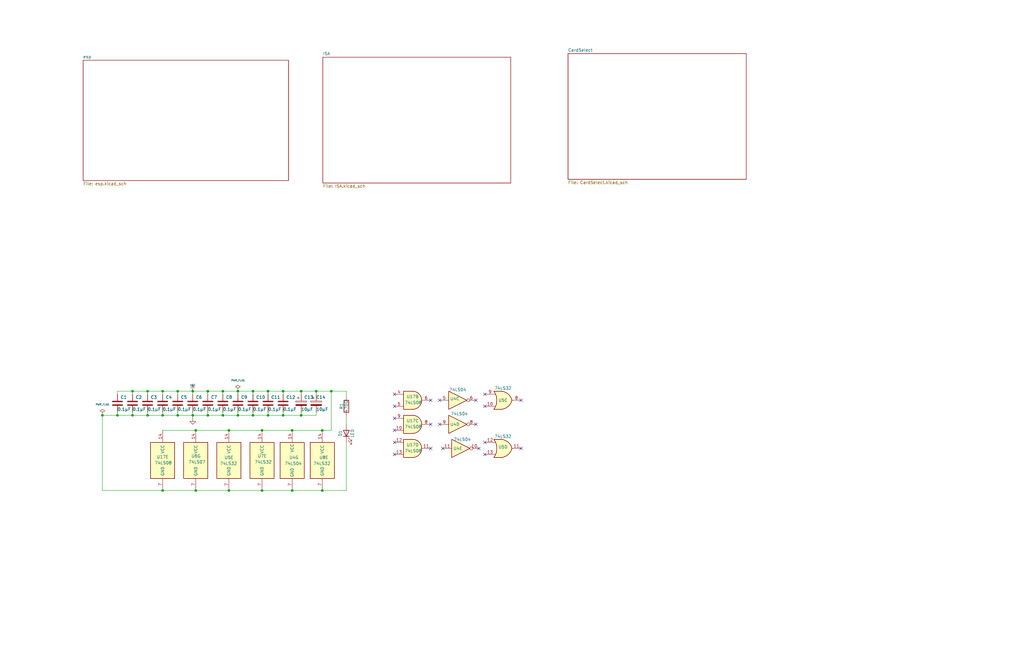
<source format=kicad_sch>
(kicad_sch
	(version 20250114)
	(generator "eeschema")
	(generator_version "9.0")
	(uuid "1489d9c1-97ed-41d1-bf7e-e97aaaa797c2")
	(paper "USLedger")
	(title_block
		(title "ISA DUAL ESP32")
		(date "2025-06-28")
		(rev "V1.2")
	)
	(lib_symbols
		(symbol "74xx:74LS04"
			(exclude_from_sim no)
			(in_bom yes)
			(on_board yes)
			(property "Reference" "U"
				(at 0 1.27 0)
				(effects
					(font
						(size 1.27 1.27)
					)
				)
			)
			(property "Value" "74LS04"
				(at 0 -1.27 0)
				(effects
					(font
						(size 1.27 1.27)
					)
				)
			)
			(property "Footprint" ""
				(at 0 0 0)
				(effects
					(font
						(size 1.27 1.27)
					)
					(hide yes)
				)
			)
			(property "Datasheet" "http://www.ti.com/lit/gpn/sn74LS04"
				(at 0 0 0)
				(effects
					(font
						(size 1.27 1.27)
					)
					(hide yes)
				)
			)
			(property "Description" "Hex Inverter"
				(at 0 0 0)
				(effects
					(font
						(size 1.27 1.27)
					)
					(hide yes)
				)
			)
			(property "ki_locked" ""
				(at 0 0 0)
				(effects
					(font
						(size 1.27 1.27)
					)
				)
			)
			(property "ki_keywords" "TTL not inv"
				(at 0 0 0)
				(effects
					(font
						(size 1.27 1.27)
					)
					(hide yes)
				)
			)
			(property "ki_fp_filters" "DIP*W7.62mm* SSOP?14* TSSOP?14*"
				(at 0 0 0)
				(effects
					(font
						(size 1.27 1.27)
					)
					(hide yes)
				)
			)
			(symbol "74LS04_1_0"
				(polyline
					(pts
						(xy -3.81 3.81) (xy -3.81 -3.81) (xy 3.81 0) (xy -3.81 3.81)
					)
					(stroke
						(width 0.254)
						(type default)
					)
					(fill
						(type background)
					)
				)
				(pin input line
					(at -7.62 0 0)
					(length 3.81)
					(name "~"
						(effects
							(font
								(size 1.27 1.27)
							)
						)
					)
					(number "1"
						(effects
							(font
								(size 1.27 1.27)
							)
						)
					)
				)
				(pin output inverted
					(at 7.62 0 180)
					(length 3.81)
					(name "~"
						(effects
							(font
								(size 1.27 1.27)
							)
						)
					)
					(number "2"
						(effects
							(font
								(size 1.27 1.27)
							)
						)
					)
				)
			)
			(symbol "74LS04_2_0"
				(polyline
					(pts
						(xy -3.81 3.81) (xy -3.81 -3.81) (xy 3.81 0) (xy -3.81 3.81)
					)
					(stroke
						(width 0.254)
						(type default)
					)
					(fill
						(type background)
					)
				)
				(pin input line
					(at -7.62 0 0)
					(length 3.81)
					(name "~"
						(effects
							(font
								(size 1.27 1.27)
							)
						)
					)
					(number "3"
						(effects
							(font
								(size 1.27 1.27)
							)
						)
					)
				)
				(pin output inverted
					(at 7.62 0 180)
					(length 3.81)
					(name "~"
						(effects
							(font
								(size 1.27 1.27)
							)
						)
					)
					(number "4"
						(effects
							(font
								(size 1.27 1.27)
							)
						)
					)
				)
			)
			(symbol "74LS04_3_0"
				(polyline
					(pts
						(xy -3.81 3.81) (xy -3.81 -3.81) (xy 3.81 0) (xy -3.81 3.81)
					)
					(stroke
						(width 0.254)
						(type default)
					)
					(fill
						(type background)
					)
				)
				(pin input line
					(at -7.62 0 0)
					(length 3.81)
					(name "~"
						(effects
							(font
								(size 1.27 1.27)
							)
						)
					)
					(number "5"
						(effects
							(font
								(size 1.27 1.27)
							)
						)
					)
				)
				(pin output inverted
					(at 7.62 0 180)
					(length 3.81)
					(name "~"
						(effects
							(font
								(size 1.27 1.27)
							)
						)
					)
					(number "6"
						(effects
							(font
								(size 1.27 1.27)
							)
						)
					)
				)
			)
			(symbol "74LS04_4_0"
				(polyline
					(pts
						(xy -3.81 3.81) (xy -3.81 -3.81) (xy 3.81 0) (xy -3.81 3.81)
					)
					(stroke
						(width 0.254)
						(type default)
					)
					(fill
						(type background)
					)
				)
				(pin input line
					(at -7.62 0 0)
					(length 3.81)
					(name "~"
						(effects
							(font
								(size 1.27 1.27)
							)
						)
					)
					(number "9"
						(effects
							(font
								(size 1.27 1.27)
							)
						)
					)
				)
				(pin output inverted
					(at 7.62 0 180)
					(length 3.81)
					(name "~"
						(effects
							(font
								(size 1.27 1.27)
							)
						)
					)
					(number "8"
						(effects
							(font
								(size 1.27 1.27)
							)
						)
					)
				)
			)
			(symbol "74LS04_5_0"
				(polyline
					(pts
						(xy -3.81 3.81) (xy -3.81 -3.81) (xy 3.81 0) (xy -3.81 3.81)
					)
					(stroke
						(width 0.254)
						(type default)
					)
					(fill
						(type background)
					)
				)
				(pin input line
					(at -7.62 0 0)
					(length 3.81)
					(name "~"
						(effects
							(font
								(size 1.27 1.27)
							)
						)
					)
					(number "11"
						(effects
							(font
								(size 1.27 1.27)
							)
						)
					)
				)
				(pin output inverted
					(at 7.62 0 180)
					(length 3.81)
					(name "~"
						(effects
							(font
								(size 1.27 1.27)
							)
						)
					)
					(number "10"
						(effects
							(font
								(size 1.27 1.27)
							)
						)
					)
				)
			)
			(symbol "74LS04_6_0"
				(polyline
					(pts
						(xy -3.81 3.81) (xy -3.81 -3.81) (xy 3.81 0) (xy -3.81 3.81)
					)
					(stroke
						(width 0.254)
						(type default)
					)
					(fill
						(type background)
					)
				)
				(pin input line
					(at -7.62 0 0)
					(length 3.81)
					(name "~"
						(effects
							(font
								(size 1.27 1.27)
							)
						)
					)
					(number "13"
						(effects
							(font
								(size 1.27 1.27)
							)
						)
					)
				)
				(pin output inverted
					(at 7.62 0 180)
					(length 3.81)
					(name "~"
						(effects
							(font
								(size 1.27 1.27)
							)
						)
					)
					(number "12"
						(effects
							(font
								(size 1.27 1.27)
							)
						)
					)
				)
			)
			(symbol "74LS04_7_0"
				(pin power_in line
					(at 0 12.7 270)
					(length 5.08)
					(name "VCC"
						(effects
							(font
								(size 1.27 1.27)
							)
						)
					)
					(number "14"
						(effects
							(font
								(size 1.27 1.27)
							)
						)
					)
				)
				(pin power_in line
					(at 0 -12.7 90)
					(length 5.08)
					(name "GND"
						(effects
							(font
								(size 1.27 1.27)
							)
						)
					)
					(number "7"
						(effects
							(font
								(size 1.27 1.27)
							)
						)
					)
				)
			)
			(symbol "74LS04_7_1"
				(rectangle
					(start -5.08 7.62)
					(end 5.08 -7.62)
					(stroke
						(width 0.254)
						(type default)
					)
					(fill
						(type background)
					)
				)
			)
			(embedded_fonts no)
		)
		(symbol "74xx:74LS07"
			(pin_names
				(offset 1.016)
			)
			(exclude_from_sim no)
			(in_bom yes)
			(on_board yes)
			(property "Reference" "U"
				(at 0 1.27 0)
				(effects
					(font
						(size 1.27 1.27)
					)
				)
			)
			(property "Value" "74LS07"
				(at 0 -1.27 0)
				(effects
					(font
						(size 1.27 1.27)
					)
				)
			)
			(property "Footprint" ""
				(at 0 0 0)
				(effects
					(font
						(size 1.27 1.27)
					)
					(hide yes)
				)
			)
			(property "Datasheet" "www.ti.com/lit/ds/symlink/sn74ls07.pdf"
				(at 0 0 0)
				(effects
					(font
						(size 1.27 1.27)
					)
					(hide yes)
				)
			)
			(property "Description" "Hex Buffers and Drivers With Open Collector High Voltage Outputs"
				(at 0 0 0)
				(effects
					(font
						(size 1.27 1.27)
					)
					(hide yes)
				)
			)
			(property "ki_locked" ""
				(at 0 0 0)
				(effects
					(font
						(size 1.27 1.27)
					)
				)
			)
			(property "ki_keywords" "TTL hex buffer OpenCol"
				(at 0 0 0)
				(effects
					(font
						(size 1.27 1.27)
					)
					(hide yes)
				)
			)
			(property "ki_fp_filters" "SOIC*3.9x8.7mm*P1.27mm* TSSOP*4.4x5mm*P0.65mm* DIP*W7.62mm*"
				(at 0 0 0)
				(effects
					(font
						(size 1.27 1.27)
					)
					(hide yes)
				)
			)
			(symbol "74LS07_1_0"
				(polyline
					(pts
						(xy -3.81 3.81) (xy -3.81 -3.81) (xy 3.81 0) (xy -3.81 3.81)
					)
					(stroke
						(width 0.254)
						(type default)
					)
					(fill
						(type background)
					)
				)
				(pin input line
					(at -7.62 0 0)
					(length 3.81)
					(name "~"
						(effects
							(font
								(size 1.27 1.27)
							)
						)
					)
					(number "1"
						(effects
							(font
								(size 1.27 1.27)
							)
						)
					)
				)
				(pin open_collector line
					(at 7.62 0 180)
					(length 3.81)
					(name "~"
						(effects
							(font
								(size 1.27 1.27)
							)
						)
					)
					(number "2"
						(effects
							(font
								(size 1.27 1.27)
							)
						)
					)
				)
			)
			(symbol "74LS07_2_0"
				(polyline
					(pts
						(xy -3.81 3.81) (xy -3.81 -3.81) (xy 3.81 0) (xy -3.81 3.81)
					)
					(stroke
						(width 0.254)
						(type default)
					)
					(fill
						(type background)
					)
				)
				(pin input line
					(at -7.62 0 0)
					(length 3.81)
					(name "~"
						(effects
							(font
								(size 1.27 1.27)
							)
						)
					)
					(number "3"
						(effects
							(font
								(size 1.27 1.27)
							)
						)
					)
				)
				(pin open_collector line
					(at 7.62 0 180)
					(length 3.81)
					(name "~"
						(effects
							(font
								(size 1.27 1.27)
							)
						)
					)
					(number "4"
						(effects
							(font
								(size 1.27 1.27)
							)
						)
					)
				)
			)
			(symbol "74LS07_3_0"
				(polyline
					(pts
						(xy -3.81 3.81) (xy -3.81 -3.81) (xy 3.81 0) (xy -3.81 3.81)
					)
					(stroke
						(width 0.254)
						(type default)
					)
					(fill
						(type background)
					)
				)
				(pin input line
					(at -7.62 0 0)
					(length 3.81)
					(name "~"
						(effects
							(font
								(size 1.27 1.27)
							)
						)
					)
					(number "5"
						(effects
							(font
								(size 1.27 1.27)
							)
						)
					)
				)
				(pin open_collector line
					(at 7.62 0 180)
					(length 3.81)
					(name "~"
						(effects
							(font
								(size 1.27 1.27)
							)
						)
					)
					(number "6"
						(effects
							(font
								(size 1.27 1.27)
							)
						)
					)
				)
			)
			(symbol "74LS07_4_0"
				(polyline
					(pts
						(xy -3.81 3.81) (xy -3.81 -3.81) (xy 3.81 0) (xy -3.81 3.81)
					)
					(stroke
						(width 0.254)
						(type default)
					)
					(fill
						(type background)
					)
				)
				(pin input line
					(at -7.62 0 0)
					(length 3.81)
					(name "~"
						(effects
							(font
								(size 1.27 1.27)
							)
						)
					)
					(number "9"
						(effects
							(font
								(size 1.27 1.27)
							)
						)
					)
				)
				(pin open_collector line
					(at 7.62 0 180)
					(length 3.81)
					(name "~"
						(effects
							(font
								(size 1.27 1.27)
							)
						)
					)
					(number "8"
						(effects
							(font
								(size 1.27 1.27)
							)
						)
					)
				)
			)
			(symbol "74LS07_5_0"
				(polyline
					(pts
						(xy -3.81 3.81) (xy -3.81 -3.81) (xy 3.81 0) (xy -3.81 3.81)
					)
					(stroke
						(width 0.254)
						(type default)
					)
					(fill
						(type background)
					)
				)
				(pin input line
					(at -7.62 0 0)
					(length 3.81)
					(name "~"
						(effects
							(font
								(size 1.27 1.27)
							)
						)
					)
					(number "11"
						(effects
							(font
								(size 1.27 1.27)
							)
						)
					)
				)
				(pin open_collector line
					(at 7.62 0 180)
					(length 3.81)
					(name "~"
						(effects
							(font
								(size 1.27 1.27)
							)
						)
					)
					(number "10"
						(effects
							(font
								(size 1.27 1.27)
							)
						)
					)
				)
			)
			(symbol "74LS07_6_0"
				(polyline
					(pts
						(xy -3.81 3.81) (xy -3.81 -3.81) (xy 3.81 0) (xy -3.81 3.81)
					)
					(stroke
						(width 0.254)
						(type default)
					)
					(fill
						(type background)
					)
				)
				(pin input line
					(at -7.62 0 0)
					(length 3.81)
					(name "~"
						(effects
							(font
								(size 1.27 1.27)
							)
						)
					)
					(number "13"
						(effects
							(font
								(size 1.27 1.27)
							)
						)
					)
				)
				(pin open_collector line
					(at 7.62 0 180)
					(length 3.81)
					(name "~"
						(effects
							(font
								(size 1.27 1.27)
							)
						)
					)
					(number "12"
						(effects
							(font
								(size 1.27 1.27)
							)
						)
					)
				)
			)
			(symbol "74LS07_7_0"
				(pin power_in line
					(at 0 12.7 270)
					(length 5.08)
					(name "VCC"
						(effects
							(font
								(size 1.27 1.27)
							)
						)
					)
					(number "14"
						(effects
							(font
								(size 1.27 1.27)
							)
						)
					)
				)
				(pin power_in line
					(at 0 -12.7 90)
					(length 5.08)
					(name "GND"
						(effects
							(font
								(size 1.27 1.27)
							)
						)
					)
					(number "7"
						(effects
							(font
								(size 1.27 1.27)
							)
						)
					)
				)
			)
			(symbol "74LS07_7_1"
				(rectangle
					(start -5.08 7.62)
					(end 5.08 -7.62)
					(stroke
						(width 0.254)
						(type default)
					)
					(fill
						(type background)
					)
				)
			)
			(embedded_fonts no)
		)
		(symbol "74xx:74LS08"
			(pin_names
				(offset 1.016)
			)
			(exclude_from_sim no)
			(in_bom yes)
			(on_board yes)
			(property "Reference" "U"
				(at 0 1.27 0)
				(effects
					(font
						(size 1.27 1.27)
					)
				)
			)
			(property "Value" "74LS08"
				(at 0 -1.27 0)
				(effects
					(font
						(size 1.27 1.27)
					)
				)
			)
			(property "Footprint" ""
				(at 0 0 0)
				(effects
					(font
						(size 1.27 1.27)
					)
					(hide yes)
				)
			)
			(property "Datasheet" "http://www.ti.com/lit/gpn/sn74LS08"
				(at 0 0 0)
				(effects
					(font
						(size 1.27 1.27)
					)
					(hide yes)
				)
			)
			(property "Description" "Quad And2"
				(at 0 0 0)
				(effects
					(font
						(size 1.27 1.27)
					)
					(hide yes)
				)
			)
			(property "ki_locked" ""
				(at 0 0 0)
				(effects
					(font
						(size 1.27 1.27)
					)
				)
			)
			(property "ki_keywords" "TTL and2"
				(at 0 0 0)
				(effects
					(font
						(size 1.27 1.27)
					)
					(hide yes)
				)
			)
			(property "ki_fp_filters" "DIP*W7.62mm*"
				(at 0 0 0)
				(effects
					(font
						(size 1.27 1.27)
					)
					(hide yes)
				)
			)
			(symbol "74LS08_1_1"
				(arc
					(start 0 3.81)
					(mid 3.7934 0)
					(end 0 -3.81)
					(stroke
						(width 0.254)
						(type default)
					)
					(fill
						(type background)
					)
				)
				(polyline
					(pts
						(xy 0 3.81) (xy -3.81 3.81) (xy -3.81 -3.81) (xy 0 -3.81)
					)
					(stroke
						(width 0.254)
						(type default)
					)
					(fill
						(type background)
					)
				)
				(pin input line
					(at -7.62 2.54 0)
					(length 3.81)
					(name "~"
						(effects
							(font
								(size 1.27 1.27)
							)
						)
					)
					(number "1"
						(effects
							(font
								(size 1.27 1.27)
							)
						)
					)
				)
				(pin input line
					(at -7.62 -2.54 0)
					(length 3.81)
					(name "~"
						(effects
							(font
								(size 1.27 1.27)
							)
						)
					)
					(number "2"
						(effects
							(font
								(size 1.27 1.27)
							)
						)
					)
				)
				(pin output line
					(at 7.62 0 180)
					(length 3.81)
					(name "~"
						(effects
							(font
								(size 1.27 1.27)
							)
						)
					)
					(number "3"
						(effects
							(font
								(size 1.27 1.27)
							)
						)
					)
				)
			)
			(symbol "74LS08_1_2"
				(arc
					(start -3.81 3.81)
					(mid -2.589 0)
					(end -3.81 -3.81)
					(stroke
						(width 0.254)
						(type default)
					)
					(fill
						(type none)
					)
				)
				(polyline
					(pts
						(xy -3.81 3.81) (xy -0.635 3.81)
					)
					(stroke
						(width 0.254)
						(type default)
					)
					(fill
						(type background)
					)
				)
				(polyline
					(pts
						(xy -3.81 -3.81) (xy -0.635 -3.81)
					)
					(stroke
						(width 0.254)
						(type default)
					)
					(fill
						(type background)
					)
				)
				(arc
					(start 3.81 0)
					(mid 2.1855 -2.584)
					(end -0.6096 -3.81)
					(stroke
						(width 0.254)
						(type default)
					)
					(fill
						(type background)
					)
				)
				(arc
					(start -0.6096 3.81)
					(mid 2.1928 2.5924)
					(end 3.81 0)
					(stroke
						(width 0.254)
						(type default)
					)
					(fill
						(type background)
					)
				)
				(polyline
					(pts
						(xy -0.635 3.81) (xy -3.81 3.81) (xy -3.81 3.81) (xy -3.556 3.4036) (xy -3.0226 2.2606) (xy -2.6924 1.0414)
						(xy -2.6162 -0.254) (xy -2.7686 -1.4986) (xy -3.175 -2.7178) (xy -3.81 -3.81) (xy -3.81 -3.81)
						(xy -0.635 -3.81)
					)
					(stroke
						(width -25.4)
						(type default)
					)
					(fill
						(type background)
					)
				)
				(pin input inverted
					(at -7.62 2.54 0)
					(length 4.318)
					(name "~"
						(effects
							(font
								(size 1.27 1.27)
							)
						)
					)
					(number "1"
						(effects
							(font
								(size 1.27 1.27)
							)
						)
					)
				)
				(pin input inverted
					(at -7.62 -2.54 0)
					(length 4.318)
					(name "~"
						(effects
							(font
								(size 1.27 1.27)
							)
						)
					)
					(number "2"
						(effects
							(font
								(size 1.27 1.27)
							)
						)
					)
				)
				(pin output inverted
					(at 7.62 0 180)
					(length 3.81)
					(name "~"
						(effects
							(font
								(size 1.27 1.27)
							)
						)
					)
					(number "3"
						(effects
							(font
								(size 1.27 1.27)
							)
						)
					)
				)
			)
			(symbol "74LS08_2_1"
				(arc
					(start 0 3.81)
					(mid 3.7934 0)
					(end 0 -3.81)
					(stroke
						(width 0.254)
						(type default)
					)
					(fill
						(type background)
					)
				)
				(polyline
					(pts
						(xy 0 3.81) (xy -3.81 3.81) (xy -3.81 -3.81) (xy 0 -3.81)
					)
					(stroke
						(width 0.254)
						(type default)
					)
					(fill
						(type background)
					)
				)
				(pin input line
					(at -7.62 2.54 0)
					(length 3.81)
					(name "~"
						(effects
							(font
								(size 1.27 1.27)
							)
						)
					)
					(number "4"
						(effects
							(font
								(size 1.27 1.27)
							)
						)
					)
				)
				(pin input line
					(at -7.62 -2.54 0)
					(length 3.81)
					(name "~"
						(effects
							(font
								(size 1.27 1.27)
							)
						)
					)
					(number "5"
						(effects
							(font
								(size 1.27 1.27)
							)
						)
					)
				)
				(pin output line
					(at 7.62 0 180)
					(length 3.81)
					(name "~"
						(effects
							(font
								(size 1.27 1.27)
							)
						)
					)
					(number "6"
						(effects
							(font
								(size 1.27 1.27)
							)
						)
					)
				)
			)
			(symbol "74LS08_2_2"
				(arc
					(start -3.81 3.81)
					(mid -2.589 0)
					(end -3.81 -3.81)
					(stroke
						(width 0.254)
						(type default)
					)
					(fill
						(type none)
					)
				)
				(polyline
					(pts
						(xy -3.81 3.81) (xy -0.635 3.81)
					)
					(stroke
						(width 0.254)
						(type default)
					)
					(fill
						(type background)
					)
				)
				(polyline
					(pts
						(xy -3.81 -3.81) (xy -0.635 -3.81)
					)
					(stroke
						(width 0.254)
						(type default)
					)
					(fill
						(type background)
					)
				)
				(arc
					(start 3.81 0)
					(mid 2.1855 -2.584)
					(end -0.6096 -3.81)
					(stroke
						(width 0.254)
						(type default)
					)
					(fill
						(type background)
					)
				)
				(arc
					(start -0.6096 3.81)
					(mid 2.1928 2.5924)
					(end 3.81 0)
					(stroke
						(width 0.254)
						(type default)
					)
					(fill
						(type background)
					)
				)
				(polyline
					(pts
						(xy -0.635 3.81) (xy -3.81 3.81) (xy -3.81 3.81) (xy -3.556 3.4036) (xy -3.0226 2.2606) (xy -2.6924 1.0414)
						(xy -2.6162 -0.254) (xy -2.7686 -1.4986) (xy -3.175 -2.7178) (xy -3.81 -3.81) (xy -3.81 -3.81)
						(xy -0.635 -3.81)
					)
					(stroke
						(width -25.4)
						(type default)
					)
					(fill
						(type background)
					)
				)
				(pin input inverted
					(at -7.62 2.54 0)
					(length 4.318)
					(name "~"
						(effects
							(font
								(size 1.27 1.27)
							)
						)
					)
					(number "4"
						(effects
							(font
								(size 1.27 1.27)
							)
						)
					)
				)
				(pin input inverted
					(at -7.62 -2.54 0)
					(length 4.318)
					(name "~"
						(effects
							(font
								(size 1.27 1.27)
							)
						)
					)
					(number "5"
						(effects
							(font
								(size 1.27 1.27)
							)
						)
					)
				)
				(pin output inverted
					(at 7.62 0 180)
					(length 3.81)
					(name "~"
						(effects
							(font
								(size 1.27 1.27)
							)
						)
					)
					(number "6"
						(effects
							(font
								(size 1.27 1.27)
							)
						)
					)
				)
			)
			(symbol "74LS08_3_1"
				(arc
					(start 0 3.81)
					(mid 3.7934 0)
					(end 0 -3.81)
					(stroke
						(width 0.254)
						(type default)
					)
					(fill
						(type background)
					)
				)
				(polyline
					(pts
						(xy 0 3.81) (xy -3.81 3.81) (xy -3.81 -3.81) (xy 0 -3.81)
					)
					(stroke
						(width 0.254)
						(type default)
					)
					(fill
						(type background)
					)
				)
				(pin input line
					(at -7.62 2.54 0)
					(length 3.81)
					(name "~"
						(effects
							(font
								(size 1.27 1.27)
							)
						)
					)
					(number "9"
						(effects
							(font
								(size 1.27 1.27)
							)
						)
					)
				)
				(pin input line
					(at -7.62 -2.54 0)
					(length 3.81)
					(name "~"
						(effects
							(font
								(size 1.27 1.27)
							)
						)
					)
					(number "10"
						(effects
							(font
								(size 1.27 1.27)
							)
						)
					)
				)
				(pin output line
					(at 7.62 0 180)
					(length 3.81)
					(name "~"
						(effects
							(font
								(size 1.27 1.27)
							)
						)
					)
					(number "8"
						(effects
							(font
								(size 1.27 1.27)
							)
						)
					)
				)
			)
			(symbol "74LS08_3_2"
				(arc
					(start -3.81 3.81)
					(mid -2.589 0)
					(end -3.81 -3.81)
					(stroke
						(width 0.254)
						(type default)
					)
					(fill
						(type none)
					)
				)
				(polyline
					(pts
						(xy -3.81 3.81) (xy -0.635 3.81)
					)
					(stroke
						(width 0.254)
						(type default)
					)
					(fill
						(type background)
					)
				)
				(polyline
					(pts
						(xy -3.81 -3.81) (xy -0.635 -3.81)
					)
					(stroke
						(width 0.254)
						(type default)
					)
					(fill
						(type background)
					)
				)
				(arc
					(start 3.81 0)
					(mid 2.1855 -2.584)
					(end -0.6096 -3.81)
					(stroke
						(width 0.254)
						(type default)
					)
					(fill
						(type background)
					)
				)
				(arc
					(start -0.6096 3.81)
					(mid 2.1928 2.5924)
					(end 3.81 0)
					(stroke
						(width 0.254)
						(type default)
					)
					(fill
						(type background)
					)
				)
				(polyline
					(pts
						(xy -0.635 3.81) (xy -3.81 3.81) (xy -3.81 3.81) (xy -3.556 3.4036) (xy -3.0226 2.2606) (xy -2.6924 1.0414)
						(xy -2.6162 -0.254) (xy -2.7686 -1.4986) (xy -3.175 -2.7178) (xy -3.81 -3.81) (xy -3.81 -3.81)
						(xy -0.635 -3.81)
					)
					(stroke
						(width -25.4)
						(type default)
					)
					(fill
						(type background)
					)
				)
				(pin input inverted
					(at -7.62 2.54 0)
					(length 4.318)
					(name "~"
						(effects
							(font
								(size 1.27 1.27)
							)
						)
					)
					(number "9"
						(effects
							(font
								(size 1.27 1.27)
							)
						)
					)
				)
				(pin input inverted
					(at -7.62 -2.54 0)
					(length 4.318)
					(name "~"
						(effects
							(font
								(size 1.27 1.27)
							)
						)
					)
					(number "10"
						(effects
							(font
								(size 1.27 1.27)
							)
						)
					)
				)
				(pin output inverted
					(at 7.62 0 180)
					(length 3.81)
					(name "~"
						(effects
							(font
								(size 1.27 1.27)
							)
						)
					)
					(number "8"
						(effects
							(font
								(size 1.27 1.27)
							)
						)
					)
				)
			)
			(symbol "74LS08_4_1"
				(arc
					(start 0 3.81)
					(mid 3.7934 0)
					(end 0 -3.81)
					(stroke
						(width 0.254)
						(type default)
					)
					(fill
						(type background)
					)
				)
				(polyline
					(pts
						(xy 0 3.81) (xy -3.81 3.81) (xy -3.81 -3.81) (xy 0 -3.81)
					)
					(stroke
						(width 0.254)
						(type default)
					)
					(fill
						(type background)
					)
				)
				(pin input line
					(at -7.62 2.54 0)
					(length 3.81)
					(name "~"
						(effects
							(font
								(size 1.27 1.27)
							)
						)
					)
					(number "12"
						(effects
							(font
								(size 1.27 1.27)
							)
						)
					)
				)
				(pin input line
					(at -7.62 -2.54 0)
					(length 3.81)
					(name "~"
						(effects
							(font
								(size 1.27 1.27)
							)
						)
					)
					(number "13"
						(effects
							(font
								(size 1.27 1.27)
							)
						)
					)
				)
				(pin output line
					(at 7.62 0 180)
					(length 3.81)
					(name "~"
						(effects
							(font
								(size 1.27 1.27)
							)
						)
					)
					(number "11"
						(effects
							(font
								(size 1.27 1.27)
							)
						)
					)
				)
			)
			(symbol "74LS08_4_2"
				(arc
					(start -3.81 3.81)
					(mid -2.589 0)
					(end -3.81 -3.81)
					(stroke
						(width 0.254)
						(type default)
					)
					(fill
						(type none)
					)
				)
				(polyline
					(pts
						(xy -3.81 3.81) (xy -0.635 3.81)
					)
					(stroke
						(width 0.254)
						(type default)
					)
					(fill
						(type background)
					)
				)
				(polyline
					(pts
						(xy -3.81 -3.81) (xy -0.635 -3.81)
					)
					(stroke
						(width 0.254)
						(type default)
					)
					(fill
						(type background)
					)
				)
				(arc
					(start 3.81 0)
					(mid 2.1855 -2.584)
					(end -0.6096 -3.81)
					(stroke
						(width 0.254)
						(type default)
					)
					(fill
						(type background)
					)
				)
				(arc
					(start -0.6096 3.81)
					(mid 2.1928 2.5924)
					(end 3.81 0)
					(stroke
						(width 0.254)
						(type default)
					)
					(fill
						(type background)
					)
				)
				(polyline
					(pts
						(xy -0.635 3.81) (xy -3.81 3.81) (xy -3.81 3.81) (xy -3.556 3.4036) (xy -3.0226 2.2606) (xy -2.6924 1.0414)
						(xy -2.6162 -0.254) (xy -2.7686 -1.4986) (xy -3.175 -2.7178) (xy -3.81 -3.81) (xy -3.81 -3.81)
						(xy -0.635 -3.81)
					)
					(stroke
						(width -25.4)
						(type default)
					)
					(fill
						(type background)
					)
				)
				(pin input inverted
					(at -7.62 2.54 0)
					(length 4.318)
					(name "~"
						(effects
							(font
								(size 1.27 1.27)
							)
						)
					)
					(number "12"
						(effects
							(font
								(size 1.27 1.27)
							)
						)
					)
				)
				(pin input inverted
					(at -7.62 -2.54 0)
					(length 4.318)
					(name "~"
						(effects
							(font
								(size 1.27 1.27)
							)
						)
					)
					(number "13"
						(effects
							(font
								(size 1.27 1.27)
							)
						)
					)
				)
				(pin output inverted
					(at 7.62 0 180)
					(length 3.81)
					(name "~"
						(effects
							(font
								(size 1.27 1.27)
							)
						)
					)
					(number "11"
						(effects
							(font
								(size 1.27 1.27)
							)
						)
					)
				)
			)
			(symbol "74LS08_5_0"
				(pin power_in line
					(at 0 12.7 270)
					(length 5.08)
					(name "VCC"
						(effects
							(font
								(size 1.27 1.27)
							)
						)
					)
					(number "14"
						(effects
							(font
								(size 1.27 1.27)
							)
						)
					)
				)
				(pin power_in line
					(at 0 -12.7 90)
					(length 5.08)
					(name "GND"
						(effects
							(font
								(size 1.27 1.27)
							)
						)
					)
					(number "7"
						(effects
							(font
								(size 1.27 1.27)
							)
						)
					)
				)
			)
			(symbol "74LS08_5_1"
				(rectangle
					(start -5.08 7.62)
					(end 5.08 -7.62)
					(stroke
						(width 0.254)
						(type default)
					)
					(fill
						(type background)
					)
				)
			)
			(embedded_fonts no)
		)
		(symbol "74xx:74LS32"
			(pin_names
				(offset 1.016)
			)
			(exclude_from_sim no)
			(in_bom yes)
			(on_board yes)
			(property "Reference" "U"
				(at 0 1.27 0)
				(effects
					(font
						(size 1.27 1.27)
					)
				)
			)
			(property "Value" "74LS32"
				(at 0 -1.27 0)
				(effects
					(font
						(size 1.27 1.27)
					)
				)
			)
			(property "Footprint" ""
				(at 0 0 0)
				(effects
					(font
						(size 1.27 1.27)
					)
					(hide yes)
				)
			)
			(property "Datasheet" "http://www.ti.com/lit/gpn/sn74LS32"
				(at 0 0 0)
				(effects
					(font
						(size 1.27 1.27)
					)
					(hide yes)
				)
			)
			(property "Description" "Quad 2-input OR"
				(at 0 0 0)
				(effects
					(font
						(size 1.27 1.27)
					)
					(hide yes)
				)
			)
			(property "ki_locked" ""
				(at 0 0 0)
				(effects
					(font
						(size 1.27 1.27)
					)
				)
			)
			(property "ki_keywords" "TTL Or2"
				(at 0 0 0)
				(effects
					(font
						(size 1.27 1.27)
					)
					(hide yes)
				)
			)
			(property "ki_fp_filters" "DIP?14*"
				(at 0 0 0)
				(effects
					(font
						(size 1.27 1.27)
					)
					(hide yes)
				)
			)
			(symbol "74LS32_1_1"
				(arc
					(start -3.81 3.81)
					(mid -2.589 0)
					(end -3.81 -3.81)
					(stroke
						(width 0.254)
						(type default)
					)
					(fill
						(type none)
					)
				)
				(polyline
					(pts
						(xy -3.81 3.81) (xy -0.635 3.81)
					)
					(stroke
						(width 0.254)
						(type default)
					)
					(fill
						(type background)
					)
				)
				(polyline
					(pts
						(xy -3.81 -3.81) (xy -0.635 -3.81)
					)
					(stroke
						(width 0.254)
						(type default)
					)
					(fill
						(type background)
					)
				)
				(arc
					(start 3.81 0)
					(mid 2.1855 -2.584)
					(end -0.6096 -3.81)
					(stroke
						(width 0.254)
						(type default)
					)
					(fill
						(type background)
					)
				)
				(arc
					(start -0.6096 3.81)
					(mid 2.1928 2.5924)
					(end 3.81 0)
					(stroke
						(width 0.254)
						(type default)
					)
					(fill
						(type background)
					)
				)
				(polyline
					(pts
						(xy -0.635 3.81) (xy -3.81 3.81) (xy -3.81 3.81) (xy -3.556 3.4036) (xy -3.0226 2.2606) (xy -2.6924 1.0414)
						(xy -2.6162 -0.254) (xy -2.7686 -1.4986) (xy -3.175 -2.7178) (xy -3.81 -3.81) (xy -3.81 -3.81)
						(xy -0.635 -3.81)
					)
					(stroke
						(width -25.4)
						(type default)
					)
					(fill
						(type background)
					)
				)
				(pin input line
					(at -7.62 2.54 0)
					(length 4.318)
					(name "~"
						(effects
							(font
								(size 1.27 1.27)
							)
						)
					)
					(number "1"
						(effects
							(font
								(size 1.27 1.27)
							)
						)
					)
				)
				(pin input line
					(at -7.62 -2.54 0)
					(length 4.318)
					(name "~"
						(effects
							(font
								(size 1.27 1.27)
							)
						)
					)
					(number "2"
						(effects
							(font
								(size 1.27 1.27)
							)
						)
					)
				)
				(pin output line
					(at 7.62 0 180)
					(length 3.81)
					(name "~"
						(effects
							(font
								(size 1.27 1.27)
							)
						)
					)
					(number "3"
						(effects
							(font
								(size 1.27 1.27)
							)
						)
					)
				)
			)
			(symbol "74LS32_1_2"
				(arc
					(start 0 3.81)
					(mid 3.7934 0)
					(end 0 -3.81)
					(stroke
						(width 0.254)
						(type default)
					)
					(fill
						(type background)
					)
				)
				(polyline
					(pts
						(xy 0 3.81) (xy -3.81 3.81) (xy -3.81 -3.81) (xy 0 -3.81)
					)
					(stroke
						(width 0.254)
						(type default)
					)
					(fill
						(type background)
					)
				)
				(pin input inverted
					(at -7.62 2.54 0)
					(length 3.81)
					(name "~"
						(effects
							(font
								(size 1.27 1.27)
							)
						)
					)
					(number "1"
						(effects
							(font
								(size 1.27 1.27)
							)
						)
					)
				)
				(pin input inverted
					(at -7.62 -2.54 0)
					(length 3.81)
					(name "~"
						(effects
							(font
								(size 1.27 1.27)
							)
						)
					)
					(number "2"
						(effects
							(font
								(size 1.27 1.27)
							)
						)
					)
				)
				(pin output inverted
					(at 7.62 0 180)
					(length 3.81)
					(name "~"
						(effects
							(font
								(size 1.27 1.27)
							)
						)
					)
					(number "3"
						(effects
							(font
								(size 1.27 1.27)
							)
						)
					)
				)
			)
			(symbol "74LS32_2_1"
				(arc
					(start -3.81 3.81)
					(mid -2.589 0)
					(end -3.81 -3.81)
					(stroke
						(width 0.254)
						(type default)
					)
					(fill
						(type none)
					)
				)
				(polyline
					(pts
						(xy -3.81 3.81) (xy -0.635 3.81)
					)
					(stroke
						(width 0.254)
						(type default)
					)
					(fill
						(type background)
					)
				)
				(polyline
					(pts
						(xy -3.81 -3.81) (xy -0.635 -3.81)
					)
					(stroke
						(width 0.254)
						(type default)
					)
					(fill
						(type background)
					)
				)
				(arc
					(start 3.81 0)
					(mid 2.1855 -2.584)
					(end -0.6096 -3.81)
					(stroke
						(width 0.254)
						(type default)
					)
					(fill
						(type background)
					)
				)
				(arc
					(start -0.6096 3.81)
					(mid 2.1928 2.5924)
					(end 3.81 0)
					(stroke
						(width 0.254)
						(type default)
					)
					(fill
						(type background)
					)
				)
				(polyline
					(pts
						(xy -0.635 3.81) (xy -3.81 3.81) (xy -3.81 3.81) (xy -3.556 3.4036) (xy -3.0226 2.2606) (xy -2.6924 1.0414)
						(xy -2.6162 -0.254) (xy -2.7686 -1.4986) (xy -3.175 -2.7178) (xy -3.81 -3.81) (xy -3.81 -3.81)
						(xy -0.635 -3.81)
					)
					(stroke
						(width -25.4)
						(type default)
					)
					(fill
						(type background)
					)
				)
				(pin input line
					(at -7.62 2.54 0)
					(length 4.318)
					(name "~"
						(effects
							(font
								(size 1.27 1.27)
							)
						)
					)
					(number "4"
						(effects
							(font
								(size 1.27 1.27)
							)
						)
					)
				)
				(pin input line
					(at -7.62 -2.54 0)
					(length 4.318)
					(name "~"
						(effects
							(font
								(size 1.27 1.27)
							)
						)
					)
					(number "5"
						(effects
							(font
								(size 1.27 1.27)
							)
						)
					)
				)
				(pin output line
					(at 7.62 0 180)
					(length 3.81)
					(name "~"
						(effects
							(font
								(size 1.27 1.27)
							)
						)
					)
					(number "6"
						(effects
							(font
								(size 1.27 1.27)
							)
						)
					)
				)
			)
			(symbol "74LS32_2_2"
				(arc
					(start 0 3.81)
					(mid 3.7934 0)
					(end 0 -3.81)
					(stroke
						(width 0.254)
						(type default)
					)
					(fill
						(type background)
					)
				)
				(polyline
					(pts
						(xy 0 3.81) (xy -3.81 3.81) (xy -3.81 -3.81) (xy 0 -3.81)
					)
					(stroke
						(width 0.254)
						(type default)
					)
					(fill
						(type background)
					)
				)
				(pin input inverted
					(at -7.62 2.54 0)
					(length 3.81)
					(name "~"
						(effects
							(font
								(size 1.27 1.27)
							)
						)
					)
					(number "4"
						(effects
							(font
								(size 1.27 1.27)
							)
						)
					)
				)
				(pin input inverted
					(at -7.62 -2.54 0)
					(length 3.81)
					(name "~"
						(effects
							(font
								(size 1.27 1.27)
							)
						)
					)
					(number "5"
						(effects
							(font
								(size 1.27 1.27)
							)
						)
					)
				)
				(pin output inverted
					(at 7.62 0 180)
					(length 3.81)
					(name "~"
						(effects
							(font
								(size 1.27 1.27)
							)
						)
					)
					(number "6"
						(effects
							(font
								(size 1.27 1.27)
							)
						)
					)
				)
			)
			(symbol "74LS32_3_1"
				(arc
					(start -3.81 3.81)
					(mid -2.589 0)
					(end -3.81 -3.81)
					(stroke
						(width 0.254)
						(type default)
					)
					(fill
						(type none)
					)
				)
				(polyline
					(pts
						(xy -3.81 3.81) (xy -0.635 3.81)
					)
					(stroke
						(width 0.254)
						(type default)
					)
					(fill
						(type background)
					)
				)
				(polyline
					(pts
						(xy -3.81 -3.81) (xy -0.635 -3.81)
					)
					(stroke
						(width 0.254)
						(type default)
					)
					(fill
						(type background)
					)
				)
				(arc
					(start 3.81 0)
					(mid 2.1855 -2.584)
					(end -0.6096 -3.81)
					(stroke
						(width 0.254)
						(type default)
					)
					(fill
						(type background)
					)
				)
				(arc
					(start -0.6096 3.81)
					(mid 2.1928 2.5924)
					(end 3.81 0)
					(stroke
						(width 0.254)
						(type default)
					)
					(fill
						(type background)
					)
				)
				(polyline
					(pts
						(xy -0.635 3.81) (xy -3.81 3.81) (xy -3.81 3.81) (xy -3.556 3.4036) (xy -3.0226 2.2606) (xy -2.6924 1.0414)
						(xy -2.6162 -0.254) (xy -2.7686 -1.4986) (xy -3.175 -2.7178) (xy -3.81 -3.81) (xy -3.81 -3.81)
						(xy -0.635 -3.81)
					)
					(stroke
						(width -25.4)
						(type default)
					)
					(fill
						(type background)
					)
				)
				(pin input line
					(at -7.62 2.54 0)
					(length 4.318)
					(name "~"
						(effects
							(font
								(size 1.27 1.27)
							)
						)
					)
					(number "9"
						(effects
							(font
								(size 1.27 1.27)
							)
						)
					)
				)
				(pin input line
					(at -7.62 -2.54 0)
					(length 4.318)
					(name "~"
						(effects
							(font
								(size 1.27 1.27)
							)
						)
					)
					(number "10"
						(effects
							(font
								(size 1.27 1.27)
							)
						)
					)
				)
				(pin output line
					(at 7.62 0 180)
					(length 3.81)
					(name "~"
						(effects
							(font
								(size 1.27 1.27)
							)
						)
					)
					(number "8"
						(effects
							(font
								(size 1.27 1.27)
							)
						)
					)
				)
			)
			(symbol "74LS32_3_2"
				(arc
					(start 0 3.81)
					(mid 3.7934 0)
					(end 0 -3.81)
					(stroke
						(width 0.254)
						(type default)
					)
					(fill
						(type background)
					)
				)
				(polyline
					(pts
						(xy 0 3.81) (xy -3.81 3.81) (xy -3.81 -3.81) (xy 0 -3.81)
					)
					(stroke
						(width 0.254)
						(type default)
					)
					(fill
						(type background)
					)
				)
				(pin input inverted
					(at -7.62 2.54 0)
					(length 3.81)
					(name "~"
						(effects
							(font
								(size 1.27 1.27)
							)
						)
					)
					(number "9"
						(effects
							(font
								(size 1.27 1.27)
							)
						)
					)
				)
				(pin input inverted
					(at -7.62 -2.54 0)
					(length 3.81)
					(name "~"
						(effects
							(font
								(size 1.27 1.27)
							)
						)
					)
					(number "10"
						(effects
							(font
								(size 1.27 1.27)
							)
						)
					)
				)
				(pin output inverted
					(at 7.62 0 180)
					(length 3.81)
					(name "~"
						(effects
							(font
								(size 1.27 1.27)
							)
						)
					)
					(number "8"
						(effects
							(font
								(size 1.27 1.27)
							)
						)
					)
				)
			)
			(symbol "74LS32_4_1"
				(arc
					(start -3.81 3.81)
					(mid -2.589 0)
					(end -3.81 -3.81)
					(stroke
						(width 0.254)
						(type default)
					)
					(fill
						(type none)
					)
				)
				(polyline
					(pts
						(xy -3.81 3.81) (xy -0.635 3.81)
					)
					(stroke
						(width 0.254)
						(type default)
					)
					(fill
						(type background)
					)
				)
				(polyline
					(pts
						(xy -3.81 -3.81) (xy -0.635 -3.81)
					)
					(stroke
						(width 0.254)
						(type default)
					)
					(fill
						(type background)
					)
				)
				(arc
					(start 3.81 0)
					(mid 2.1855 -2.584)
					(end -0.6096 -3.81)
					(stroke
						(width 0.254)
						(type default)
					)
					(fill
						(type background)
					)
				)
				(arc
					(start -0.6096 3.81)
					(mid 2.1928 2.5924)
					(end 3.81 0)
					(stroke
						(width 0.254)
						(type default)
					)
					(fill
						(type background)
					)
				)
				(polyline
					(pts
						(xy -0.635 3.81) (xy -3.81 3.81) (xy -3.81 3.81) (xy -3.556 3.4036) (xy -3.0226 2.2606) (xy -2.6924 1.0414)
						(xy -2.6162 -0.254) (xy -2.7686 -1.4986) (xy -3.175 -2.7178) (xy -3.81 -3.81) (xy -3.81 -3.81)
						(xy -0.635 -3.81)
					)
					(stroke
						(width -25.4)
						(type default)
					)
					(fill
						(type background)
					)
				)
				(pin input line
					(at -7.62 2.54 0)
					(length 4.318)
					(name "~"
						(effects
							(font
								(size 1.27 1.27)
							)
						)
					)
					(number "12"
						(effects
							(font
								(size 1.27 1.27)
							)
						)
					)
				)
				(pin input line
					(at -7.62 -2.54 0)
					(length 4.318)
					(name "~"
						(effects
							(font
								(size 1.27 1.27)
							)
						)
					)
					(number "13"
						(effects
							(font
								(size 1.27 1.27)
							)
						)
					)
				)
				(pin output line
					(at 7.62 0 180)
					(length 3.81)
					(name "~"
						(effects
							(font
								(size 1.27 1.27)
							)
						)
					)
					(number "11"
						(effects
							(font
								(size 1.27 1.27)
							)
						)
					)
				)
			)
			(symbol "74LS32_4_2"
				(arc
					(start 0 3.81)
					(mid 3.7934 0)
					(end 0 -3.81)
					(stroke
						(width 0.254)
						(type default)
					)
					(fill
						(type background)
					)
				)
				(polyline
					(pts
						(xy 0 3.81) (xy -3.81 3.81) (xy -3.81 -3.81) (xy 0 -3.81)
					)
					(stroke
						(width 0.254)
						(type default)
					)
					(fill
						(type background)
					)
				)
				(pin input inverted
					(at -7.62 2.54 0)
					(length 3.81)
					(name "~"
						(effects
							(font
								(size 1.27 1.27)
							)
						)
					)
					(number "12"
						(effects
							(font
								(size 1.27 1.27)
							)
						)
					)
				)
				(pin input inverted
					(at -7.62 -2.54 0)
					(length 3.81)
					(name "~"
						(effects
							(font
								(size 1.27 1.27)
							)
						)
					)
					(number "13"
						(effects
							(font
								(size 1.27 1.27)
							)
						)
					)
				)
				(pin output inverted
					(at 7.62 0 180)
					(length 3.81)
					(name "~"
						(effects
							(font
								(size 1.27 1.27)
							)
						)
					)
					(number "11"
						(effects
							(font
								(size 1.27 1.27)
							)
						)
					)
				)
			)
			(symbol "74LS32_5_0"
				(pin power_in line
					(at 0 12.7 270)
					(length 5.08)
					(name "VCC"
						(effects
							(font
								(size 1.27 1.27)
							)
						)
					)
					(number "14"
						(effects
							(font
								(size 1.27 1.27)
							)
						)
					)
				)
				(pin power_in line
					(at 0 -12.7 90)
					(length 5.08)
					(name "GND"
						(effects
							(font
								(size 1.27 1.27)
							)
						)
					)
					(number "7"
						(effects
							(font
								(size 1.27 1.27)
							)
						)
					)
				)
			)
			(symbol "74LS32_5_1"
				(rectangle
					(start -5.08 7.62)
					(end 5.08 -7.62)
					(stroke
						(width 0.254)
						(type default)
					)
					(fill
						(type background)
					)
				)
			)
			(embedded_fonts no)
		)
		(symbol "Device:C"
			(pin_numbers
				(hide yes)
			)
			(pin_names
				(offset 0.254)
			)
			(exclude_from_sim no)
			(in_bom yes)
			(on_board yes)
			(property "Reference" "C"
				(at 0.635 2.54 0)
				(effects
					(font
						(size 1.27 1.27)
					)
					(justify left)
				)
			)
			(property "Value" "C"
				(at 0.635 -2.54 0)
				(effects
					(font
						(size 1.27 1.27)
					)
					(justify left)
				)
			)
			(property "Footprint" ""
				(at 0.9652 -3.81 0)
				(effects
					(font
						(size 1.27 1.27)
					)
					(hide yes)
				)
			)
			(property "Datasheet" "~"
				(at 0 0 0)
				(effects
					(font
						(size 1.27 1.27)
					)
					(hide yes)
				)
			)
			(property "Description" "Unpolarized capacitor"
				(at 0 0 0)
				(effects
					(font
						(size 1.27 1.27)
					)
					(hide yes)
				)
			)
			(property "ki_keywords" "cap capacitor"
				(at 0 0 0)
				(effects
					(font
						(size 1.27 1.27)
					)
					(hide yes)
				)
			)
			(property "ki_fp_filters" "C_*"
				(at 0 0 0)
				(effects
					(font
						(size 1.27 1.27)
					)
					(hide yes)
				)
			)
			(symbol "C_0_1"
				(polyline
					(pts
						(xy -2.032 0.762) (xy 2.032 0.762)
					)
					(stroke
						(width 0.508)
						(type default)
					)
					(fill
						(type none)
					)
				)
				(polyline
					(pts
						(xy -2.032 -0.762) (xy 2.032 -0.762)
					)
					(stroke
						(width 0.508)
						(type default)
					)
					(fill
						(type none)
					)
				)
			)
			(symbol "C_1_1"
				(pin passive line
					(at 0 3.81 270)
					(length 2.794)
					(name "~"
						(effects
							(font
								(size 1.27 1.27)
							)
						)
					)
					(number "1"
						(effects
							(font
								(size 1.27 1.27)
							)
						)
					)
				)
				(pin passive line
					(at 0 -3.81 90)
					(length 2.794)
					(name "~"
						(effects
							(font
								(size 1.27 1.27)
							)
						)
					)
					(number "2"
						(effects
							(font
								(size 1.27 1.27)
							)
						)
					)
				)
			)
			(embedded_fonts no)
		)
		(symbol "Device:C_Polarized"
			(pin_numbers
				(hide yes)
			)
			(pin_names
				(offset 0.254)
			)
			(exclude_from_sim no)
			(in_bom yes)
			(on_board yes)
			(property "Reference" "C"
				(at 0.635 2.54 0)
				(effects
					(font
						(size 1.27 1.27)
					)
					(justify left)
				)
			)
			(property "Value" "C_Polarized"
				(at 0.635 -2.54 0)
				(effects
					(font
						(size 1.27 1.27)
					)
					(justify left)
				)
			)
			(property "Footprint" ""
				(at 0.9652 -3.81 0)
				(effects
					(font
						(size 1.27 1.27)
					)
					(hide yes)
				)
			)
			(property "Datasheet" "~"
				(at 0 0 0)
				(effects
					(font
						(size 1.27 1.27)
					)
					(hide yes)
				)
			)
			(property "Description" "Polarized capacitor"
				(at 0 0 0)
				(effects
					(font
						(size 1.27 1.27)
					)
					(hide yes)
				)
			)
			(property "ki_keywords" "cap capacitor"
				(at 0 0 0)
				(effects
					(font
						(size 1.27 1.27)
					)
					(hide yes)
				)
			)
			(property "ki_fp_filters" "CP_*"
				(at 0 0 0)
				(effects
					(font
						(size 1.27 1.27)
					)
					(hide yes)
				)
			)
			(symbol "C_Polarized_0_1"
				(rectangle
					(start -2.286 0.508)
					(end 2.286 1.016)
					(stroke
						(width 0)
						(type default)
					)
					(fill
						(type none)
					)
				)
				(polyline
					(pts
						(xy -1.778 2.286) (xy -0.762 2.286)
					)
					(stroke
						(width 0)
						(type default)
					)
					(fill
						(type none)
					)
				)
				(polyline
					(pts
						(xy -1.27 2.794) (xy -1.27 1.778)
					)
					(stroke
						(width 0)
						(type default)
					)
					(fill
						(type none)
					)
				)
				(rectangle
					(start 2.286 -0.508)
					(end -2.286 -1.016)
					(stroke
						(width 0)
						(type default)
					)
					(fill
						(type outline)
					)
				)
			)
			(symbol "C_Polarized_1_1"
				(pin passive line
					(at 0 3.81 270)
					(length 2.794)
					(name "~"
						(effects
							(font
								(size 1.27 1.27)
							)
						)
					)
					(number "1"
						(effects
							(font
								(size 1.27 1.27)
							)
						)
					)
				)
				(pin passive line
					(at 0 -3.81 90)
					(length 2.794)
					(name "~"
						(effects
							(font
								(size 1.27 1.27)
							)
						)
					)
					(number "2"
						(effects
							(font
								(size 1.27 1.27)
							)
						)
					)
				)
			)
			(embedded_fonts no)
		)
		(symbol "Device:LED"
			(pin_numbers
				(hide yes)
			)
			(pin_names
				(offset 1.016)
				(hide yes)
			)
			(exclude_from_sim no)
			(in_bom yes)
			(on_board yes)
			(property "Reference" "D"
				(at 0 2.54 0)
				(effects
					(font
						(size 1.27 1.27)
					)
				)
			)
			(property "Value" "LED"
				(at 0 -2.54 0)
				(effects
					(font
						(size 1.27 1.27)
					)
				)
			)
			(property "Footprint" ""
				(at 0 0 0)
				(effects
					(font
						(size 1.27 1.27)
					)
					(hide yes)
				)
			)
			(property "Datasheet" "~"
				(at 0 0 0)
				(effects
					(font
						(size 1.27 1.27)
					)
					(hide yes)
				)
			)
			(property "Description" "Light emitting diode"
				(at 0 0 0)
				(effects
					(font
						(size 1.27 1.27)
					)
					(hide yes)
				)
			)
			(property "ki_keywords" "LED diode"
				(at 0 0 0)
				(effects
					(font
						(size 1.27 1.27)
					)
					(hide yes)
				)
			)
			(property "ki_fp_filters" "LED* LED_SMD:* LED_THT:*"
				(at 0 0 0)
				(effects
					(font
						(size 1.27 1.27)
					)
					(hide yes)
				)
			)
			(symbol "LED_0_1"
				(polyline
					(pts
						(xy -3.048 -0.762) (xy -4.572 -2.286) (xy -3.81 -2.286) (xy -4.572 -2.286) (xy -4.572 -1.524)
					)
					(stroke
						(width 0)
						(type default)
					)
					(fill
						(type none)
					)
				)
				(polyline
					(pts
						(xy -1.778 -0.762) (xy -3.302 -2.286) (xy -2.54 -2.286) (xy -3.302 -2.286) (xy -3.302 -1.524)
					)
					(stroke
						(width 0)
						(type default)
					)
					(fill
						(type none)
					)
				)
				(polyline
					(pts
						(xy -1.27 0) (xy 1.27 0)
					)
					(stroke
						(width 0)
						(type default)
					)
					(fill
						(type none)
					)
				)
				(polyline
					(pts
						(xy -1.27 -1.27) (xy -1.27 1.27)
					)
					(stroke
						(width 0.254)
						(type default)
					)
					(fill
						(type none)
					)
				)
				(polyline
					(pts
						(xy 1.27 -1.27) (xy 1.27 1.27) (xy -1.27 0) (xy 1.27 -1.27)
					)
					(stroke
						(width 0.254)
						(type default)
					)
					(fill
						(type none)
					)
				)
			)
			(symbol "LED_1_1"
				(pin passive line
					(at -3.81 0 0)
					(length 2.54)
					(name "K"
						(effects
							(font
								(size 1.27 1.27)
							)
						)
					)
					(number "1"
						(effects
							(font
								(size 1.27 1.27)
							)
						)
					)
				)
				(pin passive line
					(at 3.81 0 180)
					(length 2.54)
					(name "A"
						(effects
							(font
								(size 1.27 1.27)
							)
						)
					)
					(number "2"
						(effects
							(font
								(size 1.27 1.27)
							)
						)
					)
				)
			)
			(embedded_fonts no)
		)
		(symbol "Device:R"
			(pin_numbers
				(hide yes)
			)
			(pin_names
				(offset 0)
			)
			(exclude_from_sim no)
			(in_bom yes)
			(on_board yes)
			(property "Reference" "R"
				(at 2.032 0 90)
				(effects
					(font
						(size 1.27 1.27)
					)
				)
			)
			(property "Value" "R"
				(at 0 0 90)
				(effects
					(font
						(size 1.27 1.27)
					)
				)
			)
			(property "Footprint" ""
				(at -1.778 0 90)
				(effects
					(font
						(size 1.27 1.27)
					)
					(hide yes)
				)
			)
			(property "Datasheet" "~"
				(at 0 0 0)
				(effects
					(font
						(size 1.27 1.27)
					)
					(hide yes)
				)
			)
			(property "Description" "Resistor"
				(at 0 0 0)
				(effects
					(font
						(size 1.27 1.27)
					)
					(hide yes)
				)
			)
			(property "ki_keywords" "R res resistor"
				(at 0 0 0)
				(effects
					(font
						(size 1.27 1.27)
					)
					(hide yes)
				)
			)
			(property "ki_fp_filters" "R_*"
				(at 0 0 0)
				(effects
					(font
						(size 1.27 1.27)
					)
					(hide yes)
				)
			)
			(symbol "R_0_1"
				(rectangle
					(start -1.016 -2.54)
					(end 1.016 2.54)
					(stroke
						(width 0.254)
						(type default)
					)
					(fill
						(type none)
					)
				)
			)
			(symbol "R_1_1"
				(pin passive line
					(at 0 3.81 270)
					(length 1.27)
					(name "~"
						(effects
							(font
								(size 1.27 1.27)
							)
						)
					)
					(number "1"
						(effects
							(font
								(size 1.27 1.27)
							)
						)
					)
				)
				(pin passive line
					(at 0 -3.81 90)
					(length 1.27)
					(name "~"
						(effects
							(font
								(size 1.27 1.27)
							)
						)
					)
					(number "2"
						(effects
							(font
								(size 1.27 1.27)
							)
						)
					)
				)
			)
			(embedded_fonts no)
		)
		(symbol "power:GND"
			(power)
			(pin_numbers
				(hide yes)
			)
			(pin_names
				(offset 0)
				(hide yes)
			)
			(exclude_from_sim no)
			(in_bom yes)
			(on_board yes)
			(property "Reference" "#PWR"
				(at 0 -6.35 0)
				(effects
					(font
						(size 1.27 1.27)
					)
					(hide yes)
				)
			)
			(property "Value" "GND"
				(at 0 -3.81 0)
				(effects
					(font
						(size 1.27 1.27)
					)
				)
			)
			(property "Footprint" ""
				(at 0 0 0)
				(effects
					(font
						(size 1.27 1.27)
					)
					(hide yes)
				)
			)
			(property "Datasheet" ""
				(at 0 0 0)
				(effects
					(font
						(size 1.27 1.27)
					)
					(hide yes)
				)
			)
			(property "Description" "Power symbol creates a global label with name \"GND\" , ground"
				(at 0 0 0)
				(effects
					(font
						(size 1.27 1.27)
					)
					(hide yes)
				)
			)
			(property "ki_keywords" "global power"
				(at 0 0 0)
				(effects
					(font
						(size 1.27 1.27)
					)
					(hide yes)
				)
			)
			(symbol "GND_0_1"
				(polyline
					(pts
						(xy 0 0) (xy 0 -1.27) (xy 1.27 -1.27) (xy 0 -2.54) (xy -1.27 -1.27) (xy 0 -1.27)
					)
					(stroke
						(width 0)
						(type default)
					)
					(fill
						(type none)
					)
				)
			)
			(symbol "GND_1_1"
				(pin power_in line
					(at 0 0 270)
					(length 0)
					(name "~"
						(effects
							(font
								(size 1.27 1.27)
							)
						)
					)
					(number "1"
						(effects
							(font
								(size 1.27 1.27)
							)
						)
					)
				)
			)
			(embedded_fonts no)
		)
		(symbol "power:PWR_FLAG"
			(power)
			(pin_numbers
				(hide yes)
			)
			(pin_names
				(offset 0)
				(hide yes)
			)
			(exclude_from_sim no)
			(in_bom yes)
			(on_board yes)
			(property "Reference" "#FLG"
				(at 0 1.905 0)
				(effects
					(font
						(size 1.27 1.27)
					)
					(hide yes)
				)
			)
			(property "Value" "PWR_FLAG"
				(at 0 3.81 0)
				(effects
					(font
						(size 1.27 1.27)
					)
				)
			)
			(property "Footprint" ""
				(at 0 0 0)
				(effects
					(font
						(size 1.27 1.27)
					)
					(hide yes)
				)
			)
			(property "Datasheet" "~"
				(at 0 0 0)
				(effects
					(font
						(size 1.27 1.27)
					)
					(hide yes)
				)
			)
			(property "Description" "Special symbol for telling ERC where power comes from"
				(at 0 0 0)
				(effects
					(font
						(size 1.27 1.27)
					)
					(hide yes)
				)
			)
			(property "ki_keywords" "flag power"
				(at 0 0 0)
				(effects
					(font
						(size 1.27 1.27)
					)
					(hide yes)
				)
			)
			(symbol "PWR_FLAG_0_0"
				(pin power_out line
					(at 0 0 90)
					(length 0)
					(name "~"
						(effects
							(font
								(size 1.27 1.27)
							)
						)
					)
					(number "1"
						(effects
							(font
								(size 1.27 1.27)
							)
						)
					)
				)
			)
			(symbol "PWR_FLAG_0_1"
				(polyline
					(pts
						(xy 0 0) (xy 0 1.27) (xy -1.016 1.905) (xy 0 2.54) (xy 1.016 1.905) (xy 0 1.27)
					)
					(stroke
						(width 0)
						(type default)
					)
					(fill
						(type none)
					)
				)
			)
			(embedded_fonts no)
		)
		(symbol "power:VCC"
			(power)
			(pin_numbers
				(hide yes)
			)
			(pin_names
				(offset 0)
				(hide yes)
			)
			(exclude_from_sim no)
			(in_bom yes)
			(on_board yes)
			(property "Reference" "#PWR"
				(at 0 -3.81 0)
				(effects
					(font
						(size 1.27 1.27)
					)
					(hide yes)
				)
			)
			(property "Value" "VCC"
				(at 0 3.556 0)
				(effects
					(font
						(size 1.27 1.27)
					)
				)
			)
			(property "Footprint" ""
				(at 0 0 0)
				(effects
					(font
						(size 1.27 1.27)
					)
					(hide yes)
				)
			)
			(property "Datasheet" ""
				(at 0 0 0)
				(effects
					(font
						(size 1.27 1.27)
					)
					(hide yes)
				)
			)
			(property "Description" "Power symbol creates a global label with name \"VCC\""
				(at 0 0 0)
				(effects
					(font
						(size 1.27 1.27)
					)
					(hide yes)
				)
			)
			(property "ki_keywords" "global power"
				(at 0 0 0)
				(effects
					(font
						(size 1.27 1.27)
					)
					(hide yes)
				)
			)
			(symbol "VCC_0_1"
				(polyline
					(pts
						(xy -0.762 1.27) (xy 0 2.54)
					)
					(stroke
						(width 0)
						(type default)
					)
					(fill
						(type none)
					)
				)
				(polyline
					(pts
						(xy 0 2.54) (xy 0.762 1.27)
					)
					(stroke
						(width 0)
						(type default)
					)
					(fill
						(type none)
					)
				)
				(polyline
					(pts
						(xy 0 0) (xy 0 2.54)
					)
					(stroke
						(width 0)
						(type default)
					)
					(fill
						(type none)
					)
				)
			)
			(symbol "VCC_1_1"
				(pin power_in line
					(at 0 0 90)
					(length 0)
					(name "~"
						(effects
							(font
								(size 1.27 1.27)
							)
						)
					)
					(number "1"
						(effects
							(font
								(size 1.27 1.27)
							)
						)
					)
				)
			)
			(embedded_fonts no)
		)
	)
	(junction
		(at 55.88 165.1)
		(diameter 0)
		(color 0 0 0 0)
		(uuid "0506b5db-844c-47a7-a3de-0a4ad4a4db3e")
	)
	(junction
		(at 62.23 175.26)
		(diameter 0)
		(color 0 0 0 0)
		(uuid "0aca080d-17be-43ec-aaef-194c5f2283e3")
	)
	(junction
		(at 93.98 165.1)
		(diameter 0)
		(color 0 0 0 0)
		(uuid "0f263272-1487-48ed-bb59-7232fda0fc7c")
	)
	(junction
		(at 68.58 175.26)
		(diameter 0)
		(color 0 0 0 0)
		(uuid "12e53fe8-8d71-433c-9a84-802391618c35")
	)
	(junction
		(at 87.63 165.1)
		(diameter 0)
		(color 0 0 0 0)
		(uuid "13f443bb-dd93-4400-9663-b65eb3da63c6")
	)
	(junction
		(at 135.89 181.61)
		(diameter 0)
		(color 0 0 0 0)
		(uuid "1fca3eb3-7597-47ec-94db-c01fe26207f4")
	)
	(junction
		(at 82.55 181.61)
		(diameter 0)
		(color 0 0 0 0)
		(uuid "26da7e72-fa72-41b6-a831-e561199cebed")
	)
	(junction
		(at 68.58 207.01)
		(diameter 0)
		(color 0 0 0 0)
		(uuid "332817b2-f78e-47a1-b171-48f066a04290")
	)
	(junction
		(at 96.52 181.61)
		(diameter 0)
		(color 0 0 0 0)
		(uuid "3d1899b4-892f-4743-ac34-662140ad1480")
	)
	(junction
		(at 123.19 207.01)
		(diameter 0)
		(color 0 0 0 0)
		(uuid "41f22c0b-9333-4838-b7d3-3c6ad419485f")
	)
	(junction
		(at 113.03 165.1)
		(diameter 0)
		(color 0 0 0 0)
		(uuid "42d82cd2-bf8c-4827-9007-b8daaa0f9617")
	)
	(junction
		(at 127 165.1)
		(diameter 0)
		(color 0 0 0 0)
		(uuid "46e60860-8900-4c23-8c69-4489ea9d80c5")
	)
	(junction
		(at 106.68 175.26)
		(diameter 0)
		(color 0 0 0 0)
		(uuid "4cfb0ab7-ba79-4f15-be0b-8202a6da47e5")
	)
	(junction
		(at 49.53 175.26)
		(diameter 0)
		(color 0 0 0 0)
		(uuid "540c715e-8eed-4201-a837-9f131700c0c1")
	)
	(junction
		(at 106.68 165.1)
		(diameter 0)
		(color 0 0 0 0)
		(uuid "5871d7e8-db15-4e59-bbb4-abac1baea8c2")
	)
	(junction
		(at 100.33 175.26)
		(diameter 0)
		(color 0 0 0 0)
		(uuid "5c3d4e81-e634-4260-b12d-90df13b63e45")
	)
	(junction
		(at 127 175.26)
		(diameter 0)
		(color 0 0 0 0)
		(uuid "6a9154b7-b1f0-42df-b921-d1a112cab3b8")
	)
	(junction
		(at 113.03 175.26)
		(diameter 0)
		(color 0 0 0 0)
		(uuid "7b5fb6cf-2d6f-4701-8d1b-b083a47d0ae2")
	)
	(junction
		(at 81.28 175.26)
		(diameter 0)
		(color 0 0 0 0)
		(uuid "7e5e12ef-32bb-4361-b0be-94abf7482ff1")
	)
	(junction
		(at 123.19 181.61)
		(diameter 0)
		(color 0 0 0 0)
		(uuid "8b220010-539d-4e5d-9b76-e85703818b7b")
	)
	(junction
		(at 43.18 175.26)
		(diameter 0)
		(color 0 0 0 0)
		(uuid "9249d7db-791f-43cf-a110-ec26d1b03b58")
	)
	(junction
		(at 68.58 165.1)
		(diameter 0)
		(color 0 0 0 0)
		(uuid "936b1ea4-2e12-46dd-a073-937390a203ee")
	)
	(junction
		(at 135.89 207.01)
		(diameter 0)
		(color 0 0 0 0)
		(uuid "9c7f86b7-541e-4183-851a-034eef4e9d4a")
	)
	(junction
		(at 119.38 165.1)
		(diameter 0)
		(color 0 0 0 0)
		(uuid "9d4a1f1c-f879-4623-9d1a-2b22e884a0e3")
	)
	(junction
		(at 82.55 207.01)
		(diameter 0)
		(color 0 0 0 0)
		(uuid "a01af929-de41-4a64-b2ca-d0e4ca55b3d8")
	)
	(junction
		(at 110.49 207.01)
		(diameter 0)
		(color 0 0 0 0)
		(uuid "a0c16446-2909-43e1-b934-6cd906777328")
	)
	(junction
		(at 100.33 165.1)
		(diameter 0)
		(color 0 0 0 0)
		(uuid "b3be0fe7-2295-4acf-b59c-91f58fdfd0e0")
	)
	(junction
		(at 74.93 165.1)
		(diameter 0)
		(color 0 0 0 0)
		(uuid "b4f6e0a6-d9c7-4f59-ac85-f444394b69a7")
	)
	(junction
		(at 74.93 175.26)
		(diameter 0)
		(color 0 0 0 0)
		(uuid "bb48a993-59aa-4ec6-8370-9ff960fb0fc9")
	)
	(junction
		(at 139.7 165.1)
		(diameter 0)
		(color 0 0 0 0)
		(uuid "be47a3f7-0396-450b-b713-460734e4fb21")
	)
	(junction
		(at 133.35 165.1)
		(diameter 0)
		(color 0 0 0 0)
		(uuid "c1fa7dc7-7077-48a5-95d4-f7710091a2e4")
	)
	(junction
		(at 110.49 181.61)
		(diameter 0)
		(color 0 0 0 0)
		(uuid "c979ec98-74ea-4703-ab09-9c4d21fa4d0e")
	)
	(junction
		(at 93.98 175.26)
		(diameter 0)
		(color 0 0 0 0)
		(uuid "cbfd9df3-c4e5-4559-a2b4-96fec7f55038")
	)
	(junction
		(at 119.38 175.26)
		(diameter 0)
		(color 0 0 0 0)
		(uuid "cd807349-99ba-4ed4-b5a2-f04b4da4cfbe")
	)
	(junction
		(at 96.52 207.01)
		(diameter 0)
		(color 0 0 0 0)
		(uuid "d85558b9-d32f-425b-96cb-893d334772d0")
	)
	(junction
		(at 55.88 175.26)
		(diameter 0)
		(color 0 0 0 0)
		(uuid "ed58f849-e1c3-4b7f-b04c-c1cf46499151")
	)
	(junction
		(at 81.28 165.1)
		(diameter 0)
		(color 0 0 0 0)
		(uuid "f5f921e9-ffb3-422a-85ba-58bca4e75c7a")
	)
	(junction
		(at 87.63 175.26)
		(diameter 0)
		(color 0 0 0 0)
		(uuid "fab6c971-e296-4057-8894-3ae23203bd3c")
	)
	(junction
		(at 62.23 165.1)
		(diameter 0)
		(color 0 0 0 0)
		(uuid "feca78cb-cd62-41b3-80d1-f17c6edaba21")
	)
	(no_connect
		(at 219.71 189.23)
		(uuid "1f9bd1cb-9bf7-48a5-9f8c-075837ba6e38")
	)
	(no_connect
		(at 200.66 168.91)
		(uuid "2165c720-b9d0-4e9b-bba3-f6b12acd1d31")
	)
	(no_connect
		(at 181.61 179.07)
		(uuid "4267edc0-705f-4d66-9e12-4773b7b065ec")
	)
	(no_connect
		(at 166.37 176.53)
		(uuid "4450a1de-4b89-4c05-a622-7e0abc98b62a")
	)
	(no_connect
		(at 204.47 191.77)
		(uuid "51f612cd-9a84-460f-a069-e2984b9884c9")
	)
	(no_connect
		(at 204.47 166.37)
		(uuid "655c245b-6c84-4095-9b70-a9fc712ee14c")
	)
	(no_connect
		(at 186.69 189.23)
		(uuid "697c37a9-b4c6-492e-9e42-7ab64e9cab3a")
	)
	(no_connect
		(at 204.47 171.45)
		(uuid "84ae0258-0e96-427c-b389-fc554dba0d2b")
	)
	(no_connect
		(at 166.37 181.61)
		(uuid "85bd1588-9cec-4f5c-a944-89c7c2cf75fd")
	)
	(no_connect
		(at 166.37 171.45)
		(uuid "88736696-584f-4042-b035-a214df47ba4f")
	)
	(no_connect
		(at 181.61 189.23)
		(uuid "95d52d41-3996-4932-9359-a5ab2c7e3473")
	)
	(no_connect
		(at 201.93 189.23)
		(uuid "9defa010-1200-4c4a-af4e-e5151d79d9cb")
	)
	(no_connect
		(at 204.47 186.69)
		(uuid "a3023015-fec5-4ec7-be5a-a05ab3dd434c")
	)
	(no_connect
		(at 185.42 179.07)
		(uuid "b36170c6-8398-4e32-aaa6-feb87a1e1ecd")
	)
	(no_connect
		(at 181.61 168.91)
		(uuid "b62c3d08-ab36-4408-b71b-cb7264837d76")
	)
	(no_connect
		(at 185.42 168.91)
		(uuid "c93e02b0-6a4c-4bc8-849f-72027985657d")
	)
	(no_connect
		(at 166.37 186.69)
		(uuid "cd736536-3f0e-4378-8529-b83bf2d388fe")
	)
	(no_connect
		(at 166.37 191.77)
		(uuid "dd6619cb-6765-43c5-9674-47ba37966a40")
	)
	(no_connect
		(at 166.37 166.37)
		(uuid "e3c0aa5b-d254-4221-aa32-661f65bed4cf")
	)
	(no_connect
		(at 200.66 179.07)
		(uuid "f047b60b-4b8e-413f-a24c-803eb4ee0356")
	)
	(no_connect
		(at 219.71 168.91)
		(uuid "f1469777-b81d-4059-a5e8-2c6816ac159e")
	)
	(wire
		(pts
			(xy 87.63 173.99) (xy 87.63 175.26)
		)
		(stroke
			(width 0)
			(type default)
		)
		(uuid "00301858-6a0b-4f00-8877-6dbd7dcb94c4")
	)
	(wire
		(pts
			(xy 68.58 173.99) (xy 68.58 175.26)
		)
		(stroke
			(width 0)
			(type default)
		)
		(uuid "0792bc37-da32-46d3-9c96-4b1ab2e130b0")
	)
	(wire
		(pts
			(xy 62.23 173.99) (xy 62.23 175.26)
		)
		(stroke
			(width 0)
			(type default)
		)
		(uuid "15b6ec6a-54c6-4bbb-89d6-a65e89818084")
	)
	(wire
		(pts
			(xy 119.38 173.99) (xy 119.38 175.26)
		)
		(stroke
			(width 0)
			(type default)
		)
		(uuid "174f004d-cfae-4e55-821f-7e5fd3ba351a")
	)
	(wire
		(pts
			(xy 87.63 165.1) (xy 87.63 166.37)
		)
		(stroke
			(width 0)
			(type default)
		)
		(uuid "1c6e7ad8-c36a-487f-9f43-bb4badf33a04")
	)
	(wire
		(pts
			(xy 43.18 175.26) (xy 49.53 175.26)
		)
		(stroke
			(width 0)
			(type default)
		)
		(uuid "1dba6b6c-e106-4e69-9968-87e4269e5537")
	)
	(wire
		(pts
			(xy 113.03 165.1) (xy 119.38 165.1)
		)
		(stroke
			(width 0)
			(type default)
		)
		(uuid "1ff30b30-2182-46f0-859a-f070d2a672d2")
	)
	(wire
		(pts
			(xy 146.05 165.1) (xy 146.05 167.64)
		)
		(stroke
			(width 0)
			(type default)
		)
		(uuid "20b1d19b-ee16-45fa-b57d-f479793a2b4e")
	)
	(wire
		(pts
			(xy 68.58 207.01) (xy 82.55 207.01)
		)
		(stroke
			(width 0)
			(type default)
		)
		(uuid "222efc8e-a5ca-4213-8bab-9e7bb5d1d008")
	)
	(wire
		(pts
			(xy 43.18 175.26) (xy 43.18 207.01)
		)
		(stroke
			(width 0)
			(type default)
		)
		(uuid "226ce30b-99f4-4650-a9f4-1bcfe14c01ac")
	)
	(wire
		(pts
			(xy 127 175.26) (xy 133.35 175.26)
		)
		(stroke
			(width 0)
			(type default)
		)
		(uuid "26e7ab60-e611-499f-8ae7-2c875e01b88e")
	)
	(wire
		(pts
			(xy 49.53 175.26) (xy 55.88 175.26)
		)
		(stroke
			(width 0)
			(type default)
		)
		(uuid "2fef3be8-7f1f-4560-bfe0-002d77b0195a")
	)
	(wire
		(pts
			(xy 87.63 165.1) (xy 93.98 165.1)
		)
		(stroke
			(width 0)
			(type default)
		)
		(uuid "349ef3da-cec8-4f81-96a0-c05e748fbbc9")
	)
	(wire
		(pts
			(xy 113.03 175.26) (xy 119.38 175.26)
		)
		(stroke
			(width 0)
			(type default)
		)
		(uuid "3a56dd55-76ae-4d31-98f0-dc2114521bbf")
	)
	(wire
		(pts
			(xy 146.05 175.26) (xy 146.05 179.07)
		)
		(stroke
			(width 0)
			(type default)
		)
		(uuid "3e1373c0-ea23-443f-a895-681f7497094f")
	)
	(wire
		(pts
			(xy 81.28 175.26) (xy 81.28 176.53)
		)
		(stroke
			(width 0)
			(type default)
		)
		(uuid "45cd6015-7bf6-473f-a187-b66e45f5e266")
	)
	(wire
		(pts
			(xy 96.52 207.01) (xy 110.49 207.01)
		)
		(stroke
			(width 0)
			(type default)
		)
		(uuid "47afa179-e0ed-474e-9bac-a86867d33468")
	)
	(wire
		(pts
			(xy 127 165.1) (xy 133.35 165.1)
		)
		(stroke
			(width 0)
			(type default)
		)
		(uuid "48badf50-782d-4a46-bfcb-dede5d69284a")
	)
	(wire
		(pts
			(xy 55.88 165.1) (xy 55.88 166.37)
		)
		(stroke
			(width 0)
			(type default)
		)
		(uuid "4f8cdd29-6bc6-48ef-85d0-6608aa0bfed9")
	)
	(wire
		(pts
			(xy 93.98 165.1) (xy 100.33 165.1)
		)
		(stroke
			(width 0)
			(type default)
		)
		(uuid "529a0495-549d-41a7-b261-043e5de0c9cc")
	)
	(wire
		(pts
			(xy 119.38 165.1) (xy 127 165.1)
		)
		(stroke
			(width 0)
			(type default)
		)
		(uuid "55cbf40d-2240-404f-9d41-05eed9e42adb")
	)
	(wire
		(pts
			(xy 62.23 165.1) (xy 68.58 165.1)
		)
		(stroke
			(width 0)
			(type default)
		)
		(uuid "5bab4dd2-a055-4f12-a228-ca29b35e0da5")
	)
	(wire
		(pts
			(xy 135.89 181.61) (xy 139.7 181.61)
		)
		(stroke
			(width 0)
			(type default)
		)
		(uuid "5cbe1f3e-4d32-44af-8d36-5e4d1e091113")
	)
	(wire
		(pts
			(xy 106.68 173.99) (xy 106.68 175.26)
		)
		(stroke
			(width 0)
			(type default)
		)
		(uuid "5db84a29-ac23-49f4-bef1-ebc1ceef9797")
	)
	(wire
		(pts
			(xy 74.93 165.1) (xy 74.93 166.37)
		)
		(stroke
			(width 0)
			(type default)
		)
		(uuid "614fa1bc-405d-432d-aaa2-35f8dbab464f")
	)
	(wire
		(pts
			(xy 74.93 175.26) (xy 81.28 175.26)
		)
		(stroke
			(width 0)
			(type default)
		)
		(uuid "616eb8a3-9533-457c-9407-d63fb2906905")
	)
	(wire
		(pts
			(xy 106.68 165.1) (xy 106.68 166.37)
		)
		(stroke
			(width 0)
			(type default)
		)
		(uuid "624aa514-7372-428f-9747-42b5d8fc2d57")
	)
	(wire
		(pts
			(xy 123.19 207.01) (xy 135.89 207.01)
		)
		(stroke
			(width 0)
			(type default)
		)
		(uuid "6c082732-3e2f-499a-ba1a-ce2214a3052f")
	)
	(wire
		(pts
			(xy 68.58 175.26) (xy 74.93 175.26)
		)
		(stroke
			(width 0)
			(type default)
		)
		(uuid "6f4689cb-e3e3-42b9-b25c-30e968a42a0b")
	)
	(wire
		(pts
			(xy 110.49 181.61) (xy 123.19 181.61)
		)
		(stroke
			(width 0)
			(type default)
		)
		(uuid "6f55478b-4301-432e-944f-2678bb32e791")
	)
	(wire
		(pts
			(xy 62.23 175.26) (xy 68.58 175.26)
		)
		(stroke
			(width 0)
			(type default)
		)
		(uuid "6ffd5a11-d3c5-434d-a76f-d5d231efeb5e")
	)
	(wire
		(pts
			(xy 68.58 165.1) (xy 68.58 166.37)
		)
		(stroke
			(width 0)
			(type default)
		)
		(uuid "717ed22e-b465-4233-aa91-119a59ee1268")
	)
	(wire
		(pts
			(xy 93.98 175.26) (xy 100.33 175.26)
		)
		(stroke
			(width 0)
			(type default)
		)
		(uuid "75f37595-37e0-4077-a070-ca0657bac6c7")
	)
	(wire
		(pts
			(xy 100.33 175.26) (xy 106.68 175.26)
		)
		(stroke
			(width 0)
			(type default)
		)
		(uuid "76974ca6-a459-45ae-b490-ca645a876148")
	)
	(wire
		(pts
			(xy 139.7 165.1) (xy 146.05 165.1)
		)
		(stroke
			(width 0)
			(type default)
		)
		(uuid "76e5751c-303c-41bc-af1d-b08aedbeffc4")
	)
	(wire
		(pts
			(xy 133.35 165.1) (xy 133.35 166.37)
		)
		(stroke
			(width 0)
			(type default)
		)
		(uuid "78eb56de-efa7-4b83-90dd-877e39c1b3f4")
	)
	(wire
		(pts
			(xy 100.33 165.1) (xy 100.33 166.37)
		)
		(stroke
			(width 0)
			(type default)
		)
		(uuid "793b915b-cb28-4ee1-bb98-f2300b9d74a9")
	)
	(wire
		(pts
			(xy 68.58 165.1) (xy 74.93 165.1)
		)
		(stroke
			(width 0)
			(type default)
		)
		(uuid "7d9c84be-24b1-4574-881f-45e09c46d1e6")
	)
	(wire
		(pts
			(xy 133.35 173.99) (xy 133.35 175.26)
		)
		(stroke
			(width 0)
			(type default)
		)
		(uuid "8109e67b-5787-433c-aa74-2a5a88ff684c")
	)
	(wire
		(pts
			(xy 55.88 173.99) (xy 55.88 175.26)
		)
		(stroke
			(width 0)
			(type default)
		)
		(uuid "82925ad2-a8f4-4467-9631-b697d6114560")
	)
	(wire
		(pts
			(xy 123.19 181.61) (xy 135.89 181.61)
		)
		(stroke
			(width 0)
			(type default)
		)
		(uuid "944bc9e5-9f51-4a67-a016-885d6d5dac46")
	)
	(wire
		(pts
			(xy 135.89 207.01) (xy 146.05 207.01)
		)
		(stroke
			(width 0)
			(type default)
		)
		(uuid "9850c3fb-d396-40f4-b586-24111f546fd0")
	)
	(wire
		(pts
			(xy 74.93 173.99) (xy 74.93 175.26)
		)
		(stroke
			(width 0)
			(type default)
		)
		(uuid "99902062-7055-49b0-87df-b4e7d666d526")
	)
	(wire
		(pts
			(xy 127 165.1) (xy 127 166.37)
		)
		(stroke
			(width 0)
			(type default)
		)
		(uuid "9c255a96-79b7-4654-a3a8-c862a8b90e5a")
	)
	(wire
		(pts
			(xy 49.53 165.1) (xy 55.88 165.1)
		)
		(stroke
			(width 0)
			(type default)
		)
		(uuid "9f6132ac-293d-4dd1-871a-ed2c206bec65")
	)
	(wire
		(pts
			(xy 93.98 173.99) (xy 93.98 175.26)
		)
		(stroke
			(width 0)
			(type default)
		)
		(uuid "a26667b5-7909-4f97-8c0c-c085a15e16ce")
	)
	(wire
		(pts
			(xy 106.68 175.26) (xy 113.03 175.26)
		)
		(stroke
			(width 0)
			(type default)
		)
		(uuid "a6817de7-f1df-447e-9e06-4031791e9ace")
	)
	(wire
		(pts
			(xy 110.49 207.01) (xy 123.19 207.01)
		)
		(stroke
			(width 0)
			(type default)
		)
		(uuid "a7ea5dfa-2e80-406b-8038-1dcf7114c974")
	)
	(wire
		(pts
			(xy 139.7 165.1) (xy 139.7 181.61)
		)
		(stroke
			(width 0)
			(type default)
		)
		(uuid "ab0032d6-2c5b-4c57-b365-de7f38274ab9")
	)
	(wire
		(pts
			(xy 82.55 207.01) (xy 96.52 207.01)
		)
		(stroke
			(width 0)
			(type default)
		)
		(uuid "ab3001c7-749f-45db-ae7e-5e6ad6fa9c26")
	)
	(wire
		(pts
			(xy 55.88 175.26) (xy 62.23 175.26)
		)
		(stroke
			(width 0)
			(type default)
		)
		(uuid "af1d2bc8-2678-40d1-919f-0d437ada2a14")
	)
	(wire
		(pts
			(xy 100.33 165.1) (xy 106.68 165.1)
		)
		(stroke
			(width 0)
			(type default)
		)
		(uuid "b04eff52-09f7-43fc-98a3-a978ce7a3af5")
	)
	(wire
		(pts
			(xy 74.93 165.1) (xy 81.28 165.1)
		)
		(stroke
			(width 0)
			(type default)
		)
		(uuid "b0ab6938-86db-4224-a8d4-321fa9ff2d16")
	)
	(wire
		(pts
			(xy 87.63 175.26) (xy 93.98 175.26)
		)
		(stroke
			(width 0)
			(type default)
		)
		(uuid "b3e4497a-92dc-42a6-86b9-0fae1fd80035")
	)
	(wire
		(pts
			(xy 106.68 165.1) (xy 113.03 165.1)
		)
		(stroke
			(width 0)
			(type default)
		)
		(uuid "b6a92156-d5ba-4405-972b-f63ea37f0a20")
	)
	(wire
		(pts
			(xy 82.55 181.61) (xy 96.52 181.61)
		)
		(stroke
			(width 0)
			(type default)
		)
		(uuid "b7ee0801-e650-48c4-9c1b-b1dbeacdf212")
	)
	(wire
		(pts
			(xy 113.03 165.1) (xy 113.03 166.37)
		)
		(stroke
			(width 0)
			(type default)
		)
		(uuid "b9b37e70-5026-4e07-8041-34701933f3da")
	)
	(wire
		(pts
			(xy 81.28 165.1) (xy 87.63 165.1)
		)
		(stroke
			(width 0)
			(type default)
		)
		(uuid "ba7c46dc-8bf2-40b1-bff4-7dfb509a00e8")
	)
	(wire
		(pts
			(xy 119.38 165.1) (xy 119.38 166.37)
		)
		(stroke
			(width 0)
			(type default)
		)
		(uuid "bb57b9c4-4d82-45a0-8fbe-63c79852fb4a")
	)
	(wire
		(pts
			(xy 96.52 181.61) (xy 110.49 181.61)
		)
		(stroke
			(width 0)
			(type default)
		)
		(uuid "bb870e77-19b6-4423-8204-0a2bf4aeba60")
	)
	(wire
		(pts
			(xy 68.58 181.61) (xy 82.55 181.61)
		)
		(stroke
			(width 0)
			(type default)
		)
		(uuid "bbf12a7a-b4ab-426f-9615-b20ae47c9078")
	)
	(wire
		(pts
			(xy 81.28 173.99) (xy 81.28 175.26)
		)
		(stroke
			(width 0)
			(type default)
		)
		(uuid "bf7da73f-c4c2-4841-b339-ecafb3a78e10")
	)
	(wire
		(pts
			(xy 43.18 207.01) (xy 68.58 207.01)
		)
		(stroke
			(width 0)
			(type default)
		)
		(uuid "c134fc61-e14e-4b3d-8114-76e6c9440fd8")
	)
	(wire
		(pts
			(xy 81.28 165.1) (xy 81.28 166.37)
		)
		(stroke
			(width 0)
			(type default)
		)
		(uuid "c3189d20-5eb5-44fe-a47f-3c30da80169f")
	)
	(wire
		(pts
			(xy 49.53 173.99) (xy 49.53 175.26)
		)
		(stroke
			(width 0)
			(type default)
		)
		(uuid "c855a7a0-123c-47ea-a2db-12f332ce7082")
	)
	(wire
		(pts
			(xy 62.23 165.1) (xy 62.23 166.37)
		)
		(stroke
			(width 0)
			(type default)
		)
		(uuid "cab094a2-237e-4b69-9c3e-3c32a75b0a7d")
	)
	(wire
		(pts
			(xy 100.33 173.99) (xy 100.33 175.26)
		)
		(stroke
			(width 0)
			(type default)
		)
		(uuid "cf596303-b04d-445b-9a5f-10d139ef3b32")
	)
	(wire
		(pts
			(xy 81.28 175.26) (xy 87.63 175.26)
		)
		(stroke
			(width 0)
			(type default)
		)
		(uuid "d447c065-4f8a-4fd1-9666-2b834cb642df")
	)
	(wire
		(pts
			(xy 49.53 165.1) (xy 49.53 166.37)
		)
		(stroke
			(width 0)
			(type default)
		)
		(uuid "d49439a0-ed0c-4b53-8875-bc7cdad07073")
	)
	(wire
		(pts
			(xy 93.98 165.1) (xy 93.98 166.37)
		)
		(stroke
			(width 0)
			(type default)
		)
		(uuid "d694d740-dc76-47c8-bfc1-897bddb8421c")
	)
	(wire
		(pts
			(xy 133.35 165.1) (xy 139.7 165.1)
		)
		(stroke
			(width 0)
			(type default)
		)
		(uuid "def55ddc-98cb-4b96-a467-dc08e990ddda")
	)
	(wire
		(pts
			(xy 119.38 175.26) (xy 127 175.26)
		)
		(stroke
			(width 0)
			(type default)
		)
		(uuid "e7315b0d-0f11-4da4-acc6-926ce5609cec")
	)
	(wire
		(pts
			(xy 146.05 186.69) (xy 146.05 207.01)
		)
		(stroke
			(width 0)
			(type default)
		)
		(uuid "edd70ecf-c0bf-4be1-833e-ec80c957eebf")
	)
	(wire
		(pts
			(xy 127 173.99) (xy 127 175.26)
		)
		(stroke
			(width 0)
			(type default)
		)
		(uuid "f183b55d-777f-4317-bf2b-daa2b7514532")
	)
	(wire
		(pts
			(xy 113.03 173.99) (xy 113.03 175.26)
		)
		(stroke
			(width 0)
			(type default)
		)
		(uuid "f4a0fb48-20fe-4f09-9b3c-a07c61297283")
	)
	(wire
		(pts
			(xy 55.88 165.1) (xy 62.23 165.1)
		)
		(stroke
			(width 0)
			(type default)
		)
		(uuid "fdf727b5-929e-44d8-aa7c-7ee25f3aa10c")
	)
	(symbol
		(lib_id "Device:C")
		(at 93.98 170.18 0)
		(unit 1)
		(exclude_from_sim no)
		(in_bom yes)
		(on_board yes)
		(dnp no)
		(uuid "022ca976-e1d8-4335-94f6-c3fb9ed9982c")
		(property "Reference" "C8"
			(at 95.25 167.64 0)
			(effects
				(font
					(size 1.27 1.27)
				)
				(justify left)
			)
		)
		(property "Value" "0.1µF"
			(at 93.98 172.72 0)
			(effects
				(font
					(size 1.27 1.27)
				)
				(justify left)
			)
		)
		(property "Footprint" "Custom:STD_DDW_CAP"
			(at 94.9452 173.99 0)
			(effects
				(font
					(size 1.27 1.27)
				)
				(hide yes)
			)
		)
		(property "Datasheet" "~"
			(at 93.98 170.18 0)
			(effects
				(font
					(size 1.27 1.27)
				)
				(hide yes)
			)
		)
		(property "Description" "Unpolarized capacitor"
			(at 93.98 170.18 0)
			(effects
				(font
					(size 1.27 1.27)
				)
				(hide yes)
			)
		)
		(pin "1"
			(uuid "204b2d78-b400-4460-910c-d5de8d8f010f")
		)
		(pin "2"
			(uuid "6623da06-5cb3-42f3-be0d-a4b21278d4b6")
		)
		(instances
			(project "DUALESP"
				(path "/1489d9c1-97ed-41d1-bf7e-e97aaaa797c2"
					(reference "C8")
					(unit 1)
				)
			)
		)
	)
	(symbol
		(lib_id "Device:C")
		(at 55.88 170.18 0)
		(unit 1)
		(exclude_from_sim no)
		(in_bom yes)
		(on_board yes)
		(dnp no)
		(uuid "0ca7c0c1-f210-4e36-b57c-6ff148924959")
		(property "Reference" "C2"
			(at 57.15 167.64 0)
			(effects
				(font
					(size 1.27 1.27)
				)
				(justify left)
			)
		)
		(property "Value" "0.1µF"
			(at 55.88 172.72 0)
			(effects
				(font
					(size 1.27 1.27)
				)
				(justify left)
			)
		)
		(property "Footprint" "Custom:STD_DDW_CAP"
			(at 56.8452 173.99 0)
			(effects
				(font
					(size 1.27 1.27)
				)
				(hide yes)
			)
		)
		(property "Datasheet" "~"
			(at 55.88 170.18 0)
			(effects
				(font
					(size 1.27 1.27)
				)
				(hide yes)
			)
		)
		(property "Description" "Unpolarized capacitor"
			(at 55.88 170.18 0)
			(effects
				(font
					(size 1.27 1.27)
				)
				(hide yes)
			)
		)
		(pin "1"
			(uuid "da30cfe2-4733-4d25-8a38-d04abf226914")
		)
		(pin "2"
			(uuid "410219e7-b8aa-465c-ad1d-fdb8e92de899")
		)
		(instances
			(project "DUALESP"
				(path "/1489d9c1-97ed-41d1-bf7e-e97aaaa797c2"
					(reference "C2")
					(unit 1)
				)
			)
		)
	)
	(symbol
		(lib_id "74xx:74LS04")
		(at 193.04 179.07 0)
		(unit 4)
		(exclude_from_sim no)
		(in_bom yes)
		(on_board yes)
		(dnp no)
		(uuid "0d5d7639-f58e-41e3-891a-b00418619350")
		(property "Reference" "U4"
			(at 191.77 179.07 0)
			(effects
				(font
					(size 1.27 1.27)
				)
			)
		)
		(property "Value" "74LS04"
			(at 193.675 174.625 0)
			(effects
				(font
					(size 1.27 1.27)
				)
			)
		)
		(property "Footprint" "Custom:STD_DDW_DIP14"
			(at 193.04 179.07 0)
			(effects
				(font
					(size 1.27 1.27)
				)
				(hide yes)
			)
		)
		(property "Datasheet" "http://www.ti.com/lit/gpn/sn74LS04"
			(at 193.04 179.07 0)
			(effects
				(font
					(size 1.27 1.27)
				)
				(hide yes)
			)
		)
		(property "Description" ""
			(at 193.04 179.07 0)
			(effects
				(font
					(size 1.27 1.27)
				)
				(hide yes)
			)
		)
		(pin "1"
			(uuid "5f6ab785-95eb-4b8d-87cf-95f3cf955fe9")
		)
		(pin "2"
			(uuid "0bfbe6fe-4cdc-4633-be21-067f7c9e3243")
		)
		(pin "3"
			(uuid "979e1d72-8022-4df7-b2fe-428e3b1aab2c")
		)
		(pin "4"
			(uuid "0241af18-1d74-41e3-b7b1-3c74ed1a0393")
		)
		(pin "5"
			(uuid "9cbfa41c-438a-447c-a741-fa24d544eab9")
		)
		(pin "6"
			(uuid "d98f3ee0-ad39-49dc-9153-d3c6c971138c")
		)
		(pin "8"
			(uuid "0d77e812-ad5a-4149-bfd7-c62f6d3ef2e2")
		)
		(pin "9"
			(uuid "3e15f5d7-9a25-43e2-ae1e-aeadbd27c806")
		)
		(pin "10"
			(uuid "90681ccd-f9d5-4202-9a6d-566443bb79de")
		)
		(pin "11"
			(uuid "1d56664e-645d-4d9d-b76d-ae9ac6d5a58f")
		)
		(pin "12"
			(uuid "593a8871-ac81-4314-a75e-38bf8f134c5a")
		)
		(pin "13"
			(uuid "86536fd9-66a6-4ab6-8917-1aad1bfdceaa")
		)
		(pin "14"
			(uuid "3f30c65d-8a24-43cd-8cc6-ca984dbab5c4")
		)
		(pin "7"
			(uuid "69b188fd-07af-4546-922e-bb4f4aceb9f9")
		)
		(instances
			(project "DUALESP"
				(path "/1489d9c1-97ed-41d1-bf7e-e97aaaa797c2"
					(reference "U4")
					(unit 4)
				)
			)
		)
	)
	(symbol
		(lib_id "Device:C")
		(at 106.68 170.18 0)
		(unit 1)
		(exclude_from_sim no)
		(in_bom yes)
		(on_board yes)
		(dnp no)
		(uuid "180b62cb-c796-40eb-bda6-d41e7ee69f7e")
		(property "Reference" "C10"
			(at 107.95 167.64 0)
			(effects
				(font
					(size 1.27 1.27)
				)
				(justify left)
			)
		)
		(property "Value" "0.1µF"
			(at 106.68 172.72 0)
			(effects
				(font
					(size 1.27 1.27)
				)
				(justify left)
			)
		)
		(property "Footprint" "Custom:STD_DDW_CAP"
			(at 107.6452 173.99 0)
			(effects
				(font
					(size 1.27 1.27)
				)
				(hide yes)
			)
		)
		(property "Datasheet" "~"
			(at 106.68 170.18 0)
			(effects
				(font
					(size 1.27 1.27)
				)
				(hide yes)
			)
		)
		(property "Description" "Unpolarized capacitor"
			(at 106.68 170.18 0)
			(effects
				(font
					(size 1.27 1.27)
				)
				(hide yes)
			)
		)
		(pin "1"
			(uuid "44031d56-a3b7-4e01-9bf6-1916d5135479")
		)
		(pin "2"
			(uuid "6c4e634b-87ae-44de-b4ef-3501eb1a740e")
		)
		(instances
			(project "DUALESP"
				(path "/1489d9c1-97ed-41d1-bf7e-e97aaaa797c2"
					(reference "C10")
					(unit 1)
				)
			)
		)
	)
	(symbol
		(lib_id "74xx:74LS32")
		(at 110.49 194.31 0)
		(unit 5)
		(exclude_from_sim no)
		(in_bom yes)
		(on_board yes)
		(dnp no)
		(uuid "1d7f4391-310e-4f82-90a7-5f73b335c0c3")
		(property "Reference" "U7"
			(at 108.585 192.405 0)
			(effects
				(font
					(size 1.27 1.27)
				)
				(justify left)
			)
		)
		(property "Value" "74LS32"
			(at 107.315 194.945 0)
			(effects
				(font
					(size 1.27 1.27)
				)
				(justify left)
			)
		)
		(property "Footprint" "Custom:STD_DDW_DIP14"
			(at 110.49 194.31 0)
			(effects
				(font
					(size 1.27 1.27)
				)
				(hide yes)
			)
		)
		(property "Datasheet" "http://www.ti.com/lit/gpn/sn74LS32"
			(at 110.49 194.31 0)
			(effects
				(font
					(size 1.27 1.27)
				)
				(hide yes)
			)
		)
		(property "Description" ""
			(at 110.49 194.31 0)
			(effects
				(font
					(size 1.27 1.27)
				)
				(hide yes)
			)
		)
		(pin "1"
			(uuid "6add2e68-c006-433e-b87f-63be6410b8a4")
		)
		(pin "2"
			(uuid "8a110d59-71ea-407e-8dd6-11e47e2885f2")
		)
		(pin "3"
			(uuid "224fe64e-2803-4dc9-a19f-1b2085e685d6")
		)
		(pin "4"
			(uuid "56e644ea-15bb-422a-8b8d-835dc36e1338")
		)
		(pin "5"
			(uuid "384940dc-a05d-4adc-a826-c7a5d188fa1c")
		)
		(pin "6"
			(uuid "8fca18de-ee1c-46c8-b5f3-890af45b790d")
		)
		(pin "10"
			(uuid "dcd142d4-415c-40d0-bb9b-f46cb1bf852a")
		)
		(pin "8"
			(uuid "3eeb9baf-6e0f-4ed1-b651-91664a698cc7")
		)
		(pin "9"
			(uuid "328a3487-ee70-4192-bea0-d111a365aeb7")
		)
		(pin "11"
			(uuid "53e82e2e-9702-4764-a782-ce03d898f682")
		)
		(pin "12"
			(uuid "325b14dc-8d7b-4feb-9def-1a30250b5b6d")
		)
		(pin "13"
			(uuid "ff684bcc-be62-40d8-8ca4-24974d7d45f4")
		)
		(pin "14"
			(uuid "3f527600-db68-429c-be89-975546002085")
		)
		(pin "7"
			(uuid "c9eab877-9898-4fab-9659-fc1e4d7b0176")
		)
		(instances
			(project "DUALESP"
				(path "/1489d9c1-97ed-41d1-bf7e-e97aaaa797c2"
					(reference "U7")
					(unit 5)
				)
			)
		)
	)
	(symbol
		(lib_id "Device:C_Polarized")
		(at 127 170.18 0)
		(unit 1)
		(exclude_from_sim no)
		(in_bom yes)
		(on_board yes)
		(dnp no)
		(uuid "21f875d4-3a7d-400d-852c-6f6d8f9ec703")
		(property "Reference" "C13"
			(at 128.27 167.64 0)
			(effects
				(font
					(size 1.27 1.27)
				)
				(justify left)
			)
		)
		(property "Value" "10µF"
			(at 127 172.72 0)
			(effects
				(font
					(size 1.27 1.27)
				)
				(justify left)
			)
		)
		(property "Footprint" "Custom:STD_DDW_PCAP"
			(at 127.9652 173.99 0)
			(effects
				(font
					(size 1.27 1.27)
				)
				(hide yes)
			)
		)
		(property "Datasheet" "~"
			(at 127 170.18 0)
			(effects
				(font
					(size 1.27 1.27)
				)
				(hide yes)
			)
		)
		(property "Description" "Polarized capacitor"
			(at 127 170.18 0)
			(effects
				(font
					(size 1.27 1.27)
				)
				(hide yes)
			)
		)
		(pin "1"
			(uuid "26b8b96a-b05c-4c92-b876-adb6023f6e9e")
		)
		(pin "2"
			(uuid "a93e6271-b936-49a5-8ce0-72eb4e297dbe")
		)
		(instances
			(project "DUALESP"
				(path "/1489d9c1-97ed-41d1-bf7e-e97aaaa797c2"
					(reference "C13")
					(unit 1)
				)
			)
		)
	)
	(symbol
		(lib_id "74xx:74LS32")
		(at 135.89 194.31 0)
		(unit 5)
		(exclude_from_sim no)
		(in_bom yes)
		(on_board yes)
		(dnp no)
		(uuid "23c1d4d1-aec3-4d68-a1b5-44a51d790f20")
		(property "Reference" "U8"
			(at 134.62 193.04 0)
			(effects
				(font
					(size 1.27 1.27)
				)
				(justify left)
			)
		)
		(property "Value" "74LS32"
			(at 132.08 195.58 0)
			(effects
				(font
					(size 1.27 1.27)
				)
				(justify left)
			)
		)
		(property "Footprint" "Custom:STD_DDW_DIP14"
			(at 135.89 194.31 0)
			(effects
				(font
					(size 1.27 1.27)
				)
				(hide yes)
			)
		)
		(property "Datasheet" "http://www.ti.com/lit/gpn/sn74LS32"
			(at 135.89 194.31 0)
			(effects
				(font
					(size 1.27 1.27)
				)
				(hide yes)
			)
		)
		(property "Description" ""
			(at 135.89 194.31 0)
			(effects
				(font
					(size 1.27 1.27)
				)
				(hide yes)
			)
		)
		(pin "1"
			(uuid "d031701e-4fc3-41c0-9dc7-d64e3debff25")
		)
		(pin "2"
			(uuid "22749aa1-e7a0-4c59-8775-97f9fa4ed8c5")
		)
		(pin "3"
			(uuid "42601502-02fb-4dd3-b52d-fbcc9d0f0eda")
		)
		(pin "4"
			(uuid "ed5961b6-e428-40c7-9e16-890955098687")
		)
		(pin "5"
			(uuid "c64f1356-175e-4142-9ebd-829b81adf4e9")
		)
		(pin "6"
			(uuid "9d46affa-ebda-48bc-b43a-9e894c8f44bb")
		)
		(pin "10"
			(uuid "5cd4d3b2-6065-4495-ad2e-4573e7b3b442")
		)
		(pin "8"
			(uuid "669a8986-1c56-4586-a1a1-4a1eac24e0c8")
		)
		(pin "9"
			(uuid "3bc45249-9011-4687-871d-6ad9507d1366")
		)
		(pin "11"
			(uuid "6eba4e2d-f79c-4224-951f-ecc823c863ae")
		)
		(pin "12"
			(uuid "be0ec1d2-ca3a-4e0f-8552-7a3f9b10ed01")
		)
		(pin "13"
			(uuid "30ee5c57-b581-4ec2-93b4-805295605505")
		)
		(pin "14"
			(uuid "22d2325c-93fd-48a5-8a98-ad58c6c829e9")
		)
		(pin "7"
			(uuid "f29f2e3c-e987-49de-bffc-8ba416b807fb")
		)
		(instances
			(project "DUALESP"
				(path "/1489d9c1-97ed-41d1-bf7e-e97aaaa797c2"
					(reference "U8")
					(unit 5)
				)
			)
		)
	)
	(symbol
		(lib_id "power:GND")
		(at 81.28 176.53 0)
		(unit 1)
		(exclude_from_sim no)
		(in_bom yes)
		(on_board yes)
		(dnp no)
		(uuid "28ab84bf-836a-4ffa-9324-3b675ea30dff")
		(property "Reference" "#PWR03"
			(at 81.28 176.53 0)
			(effects
				(font
					(size 0.762 0.762)
				)
				(hide yes)
			)
		)
		(property "Value" "GND"
			(at 81.28 178.308 0)
			(effects
				(font
					(size 0.762 0.762)
				)
				(hide yes)
			)
		)
		(property "Footprint" ""
			(at 81.28 176.53 0)
			(effects
				(font
					(size 1.27 1.27)
				)
				(hide yes)
			)
		)
		(property "Datasheet" ""
			(at 81.28 176.53 0)
			(effects
				(font
					(size 1.27 1.27)
				)
				(hide yes)
			)
		)
		(property "Description" "Power symbol creates a global label with name \"GND\" , ground"
			(at 81.28 176.53 0)
			(effects
				(font
					(size 1.27 1.27)
				)
				(hide yes)
			)
		)
		(pin "1"
			(uuid "b2e8d556-d119-4c57-8cf9-ef634f913129")
		)
		(instances
			(project "DUALESP"
				(path "/1489d9c1-97ed-41d1-bf7e-e97aaaa797c2"
					(reference "#PWR03")
					(unit 1)
				)
			)
		)
	)
	(symbol
		(lib_id "Device:C")
		(at 100.33 170.18 0)
		(unit 1)
		(exclude_from_sim no)
		(in_bom yes)
		(on_board yes)
		(dnp no)
		(uuid "29e5b2f2-0988-4782-ae7b-dee23253b289")
		(property "Reference" "C9"
			(at 101.6 167.64 0)
			(effects
				(font
					(size 1.27 1.27)
				)
				(justify left)
			)
		)
		(property "Value" "0.1µF"
			(at 100.33 172.72 0)
			(effects
				(font
					(size 1.27 1.27)
				)
				(justify left)
			)
		)
		(property "Footprint" "Custom:STD_DDW_CAP"
			(at 101.2952 173.99 0)
			(effects
				(font
					(size 1.27 1.27)
				)
				(hide yes)
			)
		)
		(property "Datasheet" "~"
			(at 100.33 170.18 0)
			(effects
				(font
					(size 1.27 1.27)
				)
				(hide yes)
			)
		)
		(property "Description" "Unpolarized capacitor"
			(at 100.33 170.18 0)
			(effects
				(font
					(size 1.27 1.27)
				)
				(hide yes)
			)
		)
		(pin "1"
			(uuid "a29b18db-3df2-4147-898c-8fe653e65ab8")
		)
		(pin "2"
			(uuid "499fbb4e-cec2-4cb7-b9ce-c8806d9d6c46")
		)
		(instances
			(project "DUALESP"
				(path "/1489d9c1-97ed-41d1-bf7e-e97aaaa797c2"
					(reference "C9")
					(unit 1)
				)
			)
		)
	)
	(symbol
		(lib_id "Device:LED")
		(at 146.05 182.88 90)
		(unit 1)
		(exclude_from_sim no)
		(in_bom yes)
		(on_board yes)
		(dnp no)
		(uuid "2b66ff31-c757-4f7c-88c3-37600946cf64")
		(property "Reference" "D1"
			(at 143.51 182.88 0)
			(effects
				(font
					(size 1.27 1.27)
				)
			)
		)
		(property "Value" "LED"
			(at 148.59 182.88 0)
			(effects
				(font
					(size 1.27 1.27)
				)
			)
		)
		(property "Footprint" "Custom:STD_DDW_LED5"
			(at 146.05 182.88 0)
			(effects
				(font
					(size 1.27 1.27)
				)
				(hide yes)
			)
		)
		(property "Datasheet" "~"
			(at 146.05 182.88 0)
			(effects
				(font
					(size 1.27 1.27)
				)
				(hide yes)
			)
		)
		(property "Description" "Light emitting diode"
			(at 146.05 182.88 0)
			(effects
				(font
					(size 1.27 1.27)
				)
				(hide yes)
			)
		)
		(pin "1"
			(uuid "ee5e0345-0be4-45a9-8278-4357c9448a5a")
		)
		(pin "2"
			(uuid "de34b71e-ad5b-43f6-9515-554fcf01e351")
		)
		(instances
			(project "DUALESP"
				(path "/1489d9c1-97ed-41d1-bf7e-e97aaaa797c2"
					(reference "D1")
					(unit 1)
				)
			)
		)
	)
	(symbol
		(lib_id "Device:C")
		(at 113.03 170.18 0)
		(unit 1)
		(exclude_from_sim no)
		(in_bom yes)
		(on_board yes)
		(dnp no)
		(uuid "3b10c5a9-aa91-4b36-af78-cbfd10263688")
		(property "Reference" "C11"
			(at 114.3 167.64 0)
			(effects
				(font
					(size 1.27 1.27)
				)
				(justify left)
			)
		)
		(property "Value" "0.1µF"
			(at 113.03 172.72 0)
			(effects
				(font
					(size 1.27 1.27)
				)
				(justify left)
			)
		)
		(property "Footprint" "Custom:STD_DDW_CAP"
			(at 113.9952 173.99 0)
			(effects
				(font
					(size 1.27 1.27)
				)
				(hide yes)
			)
		)
		(property "Datasheet" "~"
			(at 113.03 170.18 0)
			(effects
				(font
					(size 1.27 1.27)
				)
				(hide yes)
			)
		)
		(property "Description" "Unpolarized capacitor"
			(at 113.03 170.18 0)
			(effects
				(font
					(size 1.27 1.27)
				)
				(hide yes)
			)
		)
		(pin "1"
			(uuid "8863c599-f3bb-430d-8be4-37c79b6a5c8c")
		)
		(pin "2"
			(uuid "4438a889-6728-4bac-970f-2c26b5187984")
		)
		(instances
			(project "DUALESP"
				(path "/1489d9c1-97ed-41d1-bf7e-e97aaaa797c2"
					(reference "C11")
					(unit 1)
				)
			)
		)
	)
	(symbol
		(lib_id "74xx:74LS32")
		(at 212.09 189.23 0)
		(unit 4)
		(exclude_from_sim no)
		(in_bom yes)
		(on_board yes)
		(dnp no)
		(uuid "3cc1f68d-7631-4074-a1d9-e98eae5a6c08")
		(property "Reference" "U5"
			(at 212.09 188.595 0)
			(effects
				(font
					(size 1.27 1.27)
				)
			)
		)
		(property "Value" "74LS32"
			(at 212.09 184.15 0)
			(effects
				(font
					(size 1.27 1.27)
				)
			)
		)
		(property "Footprint" "Custom:STD_DDW_DIP14"
			(at 212.09 189.23 0)
			(effects
				(font
					(size 1.27 1.27)
				)
				(hide yes)
			)
		)
		(property "Datasheet" "http://www.ti.com/lit/gpn/sn74LS32"
			(at 212.09 189.23 0)
			(effects
				(font
					(size 1.27 1.27)
				)
				(hide yes)
			)
		)
		(property "Description" ""
			(at 212.09 189.23 0)
			(effects
				(font
					(size 1.27 1.27)
				)
				(hide yes)
			)
		)
		(pin "1"
			(uuid "3adea3dc-cc94-417d-9ad0-92be4fe8cb97")
		)
		(pin "2"
			(uuid "ab5c17b5-2904-4014-94f6-6487ab5fad02")
		)
		(pin "3"
			(uuid "2be17f89-0a5d-48fc-9203-24a3080b6d63")
		)
		(pin "4"
			(uuid "e92e5484-9e38-417c-9a17-01ca4e4cf61a")
		)
		(pin "5"
			(uuid "60239d71-6258-46c3-ba5a-db8ddee8f055")
		)
		(pin "6"
			(uuid "cedcde76-186a-42bd-9814-21f8b255128c")
		)
		(pin "10"
			(uuid "7fbd63af-dbb7-4b5e-b0f3-735e7ea5bb1e")
		)
		(pin "8"
			(uuid "c61d7533-1fa3-4564-9b62-820ace1d1a91")
		)
		(pin "9"
			(uuid "e260d18f-79fd-4b63-a4a8-25cc7387a721")
		)
		(pin "11"
			(uuid "1f8cf78c-544b-4c2b-b4ae-f295bd9b0bcf")
		)
		(pin "12"
			(uuid "d2a8d7f0-eace-43f5-9a08-6086ac52581d")
		)
		(pin "13"
			(uuid "381f7b37-fba4-4d8f-b87b-3e511ec0eec4")
		)
		(pin "14"
			(uuid "21ab4223-d956-4474-95b0-a109758da0c0")
		)
		(pin "7"
			(uuid "6db3ef91-1984-4ede-ad2c-e29bcc1aa530")
		)
		(instances
			(project "DUALESP"
				(path "/1489d9c1-97ed-41d1-bf7e-e97aaaa797c2"
					(reference "U5")
					(unit 4)
				)
			)
		)
	)
	(symbol
		(lib_id "74xx:74LS08")
		(at 173.99 179.07 0)
		(unit 3)
		(exclude_from_sim no)
		(in_bom yes)
		(on_board yes)
		(dnp no)
		(uuid "3e8f0436-cf51-49c2-8d2c-8e83e7d35cc3")
		(property "Reference" "U17"
			(at 173.99 177.546 0)
			(effects
				(font
					(size 1.27 1.27)
				)
			)
		)
		(property "Value" "74LS08"
			(at 174.244 180.086 0)
			(effects
				(font
					(size 1.27 1.27)
				)
			)
		)
		(property "Footprint" "Custom:STD_DDW_DIP14"
			(at 173.99 179.07 0)
			(effects
				(font
					(size 1.27 1.27)
				)
				(hide yes)
			)
		)
		(property "Datasheet" "http://www.ti.com/lit/gpn/sn74LS08"
			(at 173.99 179.07 0)
			(effects
				(font
					(size 1.27 1.27)
				)
				(hide yes)
			)
		)
		(property "Description" "Quad And2"
			(at 173.99 179.07 0)
			(effects
				(font
					(size 1.27 1.27)
				)
				(hide yes)
			)
		)
		(pin "4"
			(uuid "25a2e522-cd71-4d5e-99da-dda8d1fc8340")
		)
		(pin "1"
			(uuid "2b02f254-5ca8-4eed-9048-5ece3c232909")
		)
		(pin "8"
			(uuid "a379cda0-dbdc-4827-8c0f-2b82a4e199c6")
		)
		(pin "9"
			(uuid "66c5d41c-7fb6-416a-8f01-03837352fc05")
		)
		(pin "11"
			(uuid "223b6648-a7ff-47fa-89f0-d641bef0a1ce")
		)
		(pin "12"
			(uuid "7b9d85b9-d6a0-4ea8-b433-6333122d45f8")
		)
		(pin "3"
			(uuid "3c06e701-5abf-4258-825a-77ba5326f05b")
		)
		(pin "10"
			(uuid "3326003e-3fd6-4ed9-b595-d74917136afa")
		)
		(pin "6"
			(uuid "6604a6cb-5d5f-4eaf-9e30-faf92c6dc955")
		)
		(pin "13"
			(uuid "42de5560-f0ff-4bfb-af11-7fc2f332f918")
		)
		(pin "5"
			(uuid "32b71f59-538d-4761-86f3-b6114c69a823")
		)
		(pin "2"
			(uuid "c6fcb990-37a0-412b-90e5-291678025280")
		)
		(pin "14"
			(uuid "899ccd08-2c75-4401-98b6-91c886bfd0ec")
		)
		(pin "7"
			(uuid "37d90276-3dd5-4e15-a535-1dc85edca58d")
		)
		(instances
			(project "DUALESP"
				(path "/1489d9c1-97ed-41d1-bf7e-e97aaaa797c2"
					(reference "U17")
					(unit 3)
				)
			)
		)
	)
	(symbol
		(lib_id "Device:C")
		(at 74.93 170.18 0)
		(unit 1)
		(exclude_from_sim no)
		(in_bom yes)
		(on_board yes)
		(dnp no)
		(uuid "3ebf3e21-4232-416c-9865-adc9e7021c96")
		(property "Reference" "C5"
			(at 76.2 167.64 0)
			(effects
				(font
					(size 1.27 1.27)
				)
				(justify left)
			)
		)
		(property "Value" "0.1µF"
			(at 74.93 172.72 0)
			(effects
				(font
					(size 1.27 1.27)
				)
				(justify left)
			)
		)
		(property "Footprint" "Custom:STD_DDW_CAP"
			(at 75.8952 173.99 0)
			(effects
				(font
					(size 1.27 1.27)
				)
				(hide yes)
			)
		)
		(property "Datasheet" "~"
			(at 74.93 170.18 0)
			(effects
				(font
					(size 1.27 1.27)
				)
				(hide yes)
			)
		)
		(property "Description" "Unpolarized capacitor"
			(at 74.93 170.18 0)
			(effects
				(font
					(size 1.27 1.27)
				)
				(hide yes)
			)
		)
		(pin "1"
			(uuid "458cc96a-fdfe-41c2-90f0-a7c0a26e47a8")
		)
		(pin "2"
			(uuid "18e7d835-5138-4c93-be7c-bfb68b80a889")
		)
		(instances
			(project "DUALESP"
				(path "/1489d9c1-97ed-41d1-bf7e-e97aaaa797c2"
					(reference "C5")
					(unit 1)
				)
			)
		)
	)
	(symbol
		(lib_id "74xx:74LS08")
		(at 173.99 168.91 0)
		(unit 2)
		(exclude_from_sim no)
		(in_bom yes)
		(on_board yes)
		(dnp no)
		(uuid "56a7e018-54f6-47d2-ad57-6f84a77cf2f8")
		(property "Reference" "U17"
			(at 173.99 167.386 0)
			(effects
				(font
					(size 1.27 1.27)
				)
			)
		)
		(property "Value" "74LS08"
			(at 174.244 169.926 0)
			(effects
				(font
					(size 1.27 1.27)
				)
			)
		)
		(property "Footprint" "Custom:STD_DDW_DIP14"
			(at 173.99 168.91 0)
			(effects
				(font
					(size 1.27 1.27)
				)
				(hide yes)
			)
		)
		(property "Datasheet" "http://www.ti.com/lit/gpn/sn74LS08"
			(at 173.99 168.91 0)
			(effects
				(font
					(size 1.27 1.27)
				)
				(hide yes)
			)
		)
		(property "Description" "Quad And2"
			(at 173.99 168.91 0)
			(effects
				(font
					(size 1.27 1.27)
				)
				(hide yes)
			)
		)
		(pin "4"
			(uuid "28555f27-57d6-4e2a-9a86-3bd1a33220c2")
		)
		(pin "1"
			(uuid "2b02f254-5ca8-4eed-9048-5ece3c23290a")
		)
		(pin "8"
			(uuid "a379cda0-dbdc-4827-8c0f-2b82a4e199c7")
		)
		(pin "9"
			(uuid "66c5d41c-7fb6-416a-8f01-03837352fc06")
		)
		(pin "11"
			(uuid "223b6648-a7ff-47fa-89f0-d641bef0a1cf")
		)
		(pin "12"
			(uuid "7b9d85b9-d6a0-4ea8-b433-6333122d45f9")
		)
		(pin "3"
			(uuid "3c06e701-5abf-4258-825a-77ba5326f05c")
		)
		(pin "10"
			(uuid "3326003e-3fd6-4ed9-b595-d74917136afb")
		)
		(pin "6"
			(uuid "32ce5fc3-be66-4e26-9e2a-86677cdf1d68")
		)
		(pin "13"
			(uuid "42de5560-f0ff-4bfb-af11-7fc2f332f919")
		)
		(pin "5"
			(uuid "10f1fc15-699f-44b5-bacf-9280ca3b62b1")
		)
		(pin "2"
			(uuid "c6fcb990-37a0-412b-90e5-291678025281")
		)
		(pin "14"
			(uuid "899ccd08-2c75-4401-98b6-91c886bfd0ed")
		)
		(pin "7"
			(uuid "37d90276-3dd5-4e15-a535-1dc85edca58e")
		)
		(instances
			(project "DUALESP"
				(path "/1489d9c1-97ed-41d1-bf7e-e97aaaa797c2"
					(reference "U17")
					(unit 2)
				)
			)
		)
	)
	(symbol
		(lib_id "power:PWR_FLAG")
		(at 43.18 175.26 0)
		(unit 1)
		(exclude_from_sim no)
		(in_bom yes)
		(on_board yes)
		(dnp no)
		(uuid "5cac14bb-b9b1-4f0c-aa79-16e46775c63e")
		(property "Reference" "#FLG01"
			(at 43.18 172.847 0)
			(effects
				(font
					(size 0.762 0.762)
				)
				(hide yes)
			)
		)
		(property "Value" "PWR_FLAG"
			(at 43.18 170.688 0)
			(effects
				(font
					(size 0.762 0.762)
				)
			)
		)
		(property "Footprint" ""
			(at 43.18 175.26 0)
			(effects
				(font
					(size 1.27 1.27)
				)
				(hide yes)
			)
		)
		(property "Datasheet" "~"
			(at 43.18 175.26 0)
			(effects
				(font
					(size 1.27 1.27)
				)
				(hide yes)
			)
		)
		(property "Description" "Special symbol for telling ERC where power comes from"
			(at 43.18 175.26 0)
			(effects
				(font
					(size 1.27 1.27)
				)
				(hide yes)
			)
		)
		(pin "1"
			(uuid "55624037-51d2-4d5f-8f39-9bf2be1a7058")
		)
		(instances
			(project "DUALESP"
				(path "/1489d9c1-97ed-41d1-bf7e-e97aaaa797c2"
					(reference "#FLG01")
					(unit 1)
				)
			)
		)
	)
	(symbol
		(lib_id "74xx:74LS08")
		(at 173.99 189.23 0)
		(unit 4)
		(exclude_from_sim no)
		(in_bom yes)
		(on_board yes)
		(dnp no)
		(uuid "61bebd1c-c356-4434-98c7-f160cd76ce8f")
		(property "Reference" "U17"
			(at 173.99 187.706 0)
			(effects
				(font
					(size 1.27 1.27)
				)
			)
		)
		(property "Value" "74LS08"
			(at 174.244 190.246 0)
			(effects
				(font
					(size 1.27 1.27)
				)
			)
		)
		(property "Footprint" "Custom:STD_DDW_DIP14"
			(at 173.99 189.23 0)
			(effects
				(font
					(size 1.27 1.27)
				)
				(hide yes)
			)
		)
		(property "Datasheet" "http://www.ti.com/lit/gpn/sn74LS08"
			(at 173.99 189.23 0)
			(effects
				(font
					(size 1.27 1.27)
				)
				(hide yes)
			)
		)
		(property "Description" "Quad And2"
			(at 173.99 189.23 0)
			(effects
				(font
					(size 1.27 1.27)
				)
				(hide yes)
			)
		)
		(pin "4"
			(uuid "25a2e522-cd71-4d5e-99da-dda8d1fc8341")
		)
		(pin "1"
			(uuid "2b02f254-5ca8-4eed-9048-5ece3c23290b")
		)
		(pin "8"
			(uuid "0b23c365-114e-47cf-94d9-736faab90a51")
		)
		(pin "9"
			(uuid "bc2f59dc-5d11-4573-abb4-ad2e4113cc08")
		)
		(pin "11"
			(uuid "223b6648-a7ff-47fa-89f0-d641bef0a1d0")
		)
		(pin "12"
			(uuid "7b9d85b9-d6a0-4ea8-b433-6333122d45fa")
		)
		(pin "3"
			(uuid "3c06e701-5abf-4258-825a-77ba5326f05d")
		)
		(pin "10"
			(uuid "242c35b6-a14d-4dc0-b4a5-7a5700661c24")
		)
		(pin "6"
			(uuid "6604a6cb-5d5f-4eaf-9e30-faf92c6dc956")
		)
		(pin "13"
			(uuid "42de5560-f0ff-4bfb-af11-7fc2f332f91a")
		)
		(pin "5"
			(uuid "32b71f59-538d-4761-86f3-b6114c69a824")
		)
		(pin "2"
			(uuid "c6fcb990-37a0-412b-90e5-291678025282")
		)
		(pin "14"
			(uuid "899ccd08-2c75-4401-98b6-91c886bfd0ee")
		)
		(pin "7"
			(uuid "37d90276-3dd5-4e15-a535-1dc85edca58f")
		)
		(instances
			(project "DUALESP"
				(path "/1489d9c1-97ed-41d1-bf7e-e97aaaa797c2"
					(reference "U17")
					(unit 4)
				)
			)
		)
	)
	(symbol
		(lib_id "Device:C")
		(at 119.38 170.18 0)
		(unit 1)
		(exclude_from_sim no)
		(in_bom yes)
		(on_board yes)
		(dnp no)
		(uuid "74990fee-c464-49e2-8c5c-b9ffb0d99a3b")
		(property "Reference" "C12"
			(at 120.65 167.64 0)
			(effects
				(font
					(size 1.27 1.27)
				)
				(justify left)
			)
		)
		(property "Value" "0.1µF"
			(at 119.38 172.72 0)
			(effects
				(font
					(size 1.27 1.27)
				)
				(justify left)
			)
		)
		(property "Footprint" "Custom:STD_DDW_CAP"
			(at 120.3452 173.99 0)
			(effects
				(font
					(size 1.27 1.27)
				)
				(hide yes)
			)
		)
		(property "Datasheet" "~"
			(at 119.38 170.18 0)
			(effects
				(font
					(size 1.27 1.27)
				)
				(hide yes)
			)
		)
		(property "Description" "Unpolarized capacitor"
			(at 119.38 170.18 0)
			(effects
				(font
					(size 1.27 1.27)
				)
				(hide yes)
			)
		)
		(pin "1"
			(uuid "d35f239c-1393-49c8-b55c-408ea1605bc1")
		)
		(pin "2"
			(uuid "2dc44cdf-89ce-4ac2-9dd7-e2d237e6def1")
		)
		(instances
			(project "DUALESP"
				(path "/1489d9c1-97ed-41d1-bf7e-e97aaaa797c2"
					(reference "C12")
					(unit 1)
				)
			)
		)
	)
	(symbol
		(lib_id "Device:C")
		(at 68.58 170.18 0)
		(unit 1)
		(exclude_from_sim no)
		(in_bom yes)
		(on_board yes)
		(dnp no)
		(uuid "7ecc6891-1d63-47c9-8395-153eed3c68cc")
		(property "Reference" "C4"
			(at 69.85 167.64 0)
			(effects
				(font
					(size 1.27 1.27)
				)
				(justify left)
			)
		)
		(property "Value" "0.1µF"
			(at 68.58 172.72 0)
			(effects
				(font
					(size 1.27 1.27)
				)
				(justify left)
			)
		)
		(property "Footprint" "Custom:STD_DDW_CAP"
			(at 69.5452 173.99 0)
			(effects
				(font
					(size 1.27 1.27)
				)
				(hide yes)
			)
		)
		(property "Datasheet" "~"
			(at 68.58 170.18 0)
			(effects
				(font
					(size 1.27 1.27)
				)
				(hide yes)
			)
		)
		(property "Description" "Unpolarized capacitor"
			(at 68.58 170.18 0)
			(effects
				(font
					(size 1.27 1.27)
				)
				(hide yes)
			)
		)
		(pin "1"
			(uuid "cffe32a5-4b0b-494b-87f1-ee3d884cf9be")
		)
		(pin "2"
			(uuid "3e383c15-45a3-4ca2-9d77-e1a75b329dcd")
		)
		(instances
			(project "DUALESP"
				(path "/1489d9c1-97ed-41d1-bf7e-e97aaaa797c2"
					(reference "C4")
					(unit 1)
				)
			)
		)
	)
	(symbol
		(lib_id "74xx:74LS07")
		(at 82.55 194.31 0)
		(unit 7)
		(exclude_from_sim no)
		(in_bom yes)
		(on_board yes)
		(dnp no)
		(uuid "7f38326f-4f92-412d-859d-8f87ec0163e6")
		(property "Reference" "U6"
			(at 80.645 192.405 0)
			(effects
				(font
					(size 1.27 1.27)
				)
				(justify left)
			)
		)
		(property "Value" "74LS07"
			(at 79.375 194.945 0)
			(effects
				(font
					(size 1.27 1.27)
				)
				(justify left)
			)
		)
		(property "Footprint" "Custom:STD_DDW_DIP14"
			(at 82.55 194.31 0)
			(effects
				(font
					(size 1.27 1.27)
				)
				(hide yes)
			)
		)
		(property "Datasheet" "www.ti.com/lit/ds/symlink/sn74ls07.pdf"
			(at 82.55 194.31 0)
			(effects
				(font
					(size 1.27 1.27)
				)
				(hide yes)
			)
		)
		(property "Description" ""
			(at 82.55 194.31 0)
			(effects
				(font
					(size 1.27 1.27)
				)
				(hide yes)
			)
		)
		(pin "1"
			(uuid "a65b8205-5989-4afa-aa5a-45c041675311")
		)
		(pin "2"
			(uuid "ed7316df-c390-424e-8849-95ed39158e4f")
		)
		(pin "3"
			(uuid "b2383f94-aa4c-4510-84b5-b2c023fd9339")
		)
		(pin "4"
			(uuid "024a778b-2c6b-4a53-895f-687dae11d5df")
		)
		(pin "5"
			(uuid "bcb4502b-ac39-4ea1-b000-95f536e65794")
		)
		(pin "6"
			(uuid "48af7cde-11f2-43b9-9857-5c7e55cab92f")
		)
		(pin "8"
			(uuid "666393a6-7b7f-475e-8d8d-d311d0b4cd9f")
		)
		(pin "9"
			(uuid "a6246caf-1b6b-49a4-bdac-8a847d405450")
		)
		(pin "10"
			(uuid "03c150f9-ee04-4d81-bc9c-c1e51872d47c")
		)
		(pin "11"
			(uuid "43925562-6f83-49f9-bde0-4cca0d1484a1")
		)
		(pin "12"
			(uuid "e690f838-ba61-46be-a17d-16411d7251a6")
		)
		(pin "13"
			(uuid "00605971-d970-41d9-bdd2-9ed848a70f77")
		)
		(pin "14"
			(uuid "eff27a3c-88aa-4dcb-9b3c-d7288dbbc088")
		)
		(pin "7"
			(uuid "05c4689d-de3d-41bb-9995-8440b35f0c72")
		)
		(instances
			(project "DUALESP"
				(path "/1489d9c1-97ed-41d1-bf7e-e97aaaa797c2"
					(reference "U6")
					(unit 7)
				)
			)
		)
	)
	(symbol
		(lib_id "Device:C_Polarized")
		(at 133.35 170.18 0)
		(unit 1)
		(exclude_from_sim no)
		(in_bom yes)
		(on_board yes)
		(dnp no)
		(uuid "89fc924c-dbf5-4a0b-971c-bdea44eeb0c1")
		(property "Reference" "C14"
			(at 133.35 167.64 0)
			(effects
				(font
					(size 1.27 1.27)
				)
				(justify left)
			)
		)
		(property "Value" "10µF"
			(at 133.35 172.72 0)
			(effects
				(font
					(size 1.27 1.27)
				)
				(justify left)
			)
		)
		(property "Footprint" "Custom:STD_DDW_PCAP"
			(at 134.3152 173.99 0)
			(effects
				(font
					(size 1.27 1.27)
				)
				(hide yes)
			)
		)
		(property "Datasheet" "~"
			(at 133.35 170.18 0)
			(effects
				(font
					(size 1.27 1.27)
				)
				(hide yes)
			)
		)
		(property "Description" "Polarized capacitor"
			(at 133.35 170.18 0)
			(effects
				(font
					(size 1.27 1.27)
				)
				(hide yes)
			)
		)
		(pin "1"
			(uuid "52beef00-bb21-44ca-aa34-a09b02e1200f")
		)
		(pin "2"
			(uuid "9679f65f-400f-4e16-a2aa-ba8d8413587f")
		)
		(instances
			(project "DUALESP"
				(path "/1489d9c1-97ed-41d1-bf7e-e97aaaa797c2"
					(reference "C14")
					(unit 1)
				)
			)
		)
	)
	(symbol
		(lib_id "74xx:74LS04")
		(at 123.19 194.31 0)
		(unit 7)
		(exclude_from_sim no)
		(in_bom yes)
		(on_board yes)
		(dnp no)
		(uuid "90f119cf-8b08-4a4a-bdd5-0beedacb6bad")
		(property "Reference" "U4"
			(at 121.92 193.04 0)
			(effects
				(font
					(size 1.27 1.27)
				)
				(justify left)
			)
		)
		(property "Value" "74LS04"
			(at 120.015 195.58 0)
			(effects
				(font
					(size 1.27 1.27)
				)
				(justify left)
			)
		)
		(property "Footprint" "Custom:STD_DDW_DIP14"
			(at 123.19 194.31 0)
			(effects
				(font
					(size 1.27 1.27)
				)
				(hide yes)
			)
		)
		(property "Datasheet" "http://www.ti.com/lit/gpn/sn74LS04"
			(at 123.19 194.31 0)
			(effects
				(font
					(size 1.27 1.27)
				)
				(hide yes)
			)
		)
		(property "Description" ""
			(at 123.19 194.31 0)
			(effects
				(font
					(size 1.27 1.27)
				)
				(hide yes)
			)
		)
		(pin "1"
			(uuid "0b9ca51d-80c5-4e83-af1a-1c691b1470ab")
		)
		(pin "2"
			(uuid "968e53ea-d617-4a0a-91a2-0efa4e629105")
		)
		(pin "3"
			(uuid "091efb1d-a4f7-407a-95d8-a75baab3e548")
		)
		(pin "4"
			(uuid "9b22c667-494c-433e-ab89-2869c2084207")
		)
		(pin "5"
			(uuid "657b6a27-8dd4-4a38-85ed-5282b5ef768c")
		)
		(pin "6"
			(uuid "008cfc4d-d2ed-4aa2-b5f6-60153f3cd7f9")
		)
		(pin "8"
			(uuid "0ae2de74-bafc-45be-81f8-02502a02e007")
		)
		(pin "9"
			(uuid "0eb4246c-4ab3-42bb-aa08-5c8ac147ded4")
		)
		(pin "10"
			(uuid "c0217e3f-b1db-4db9-9d2b-7f3ecb46c7f1")
		)
		(pin "11"
			(uuid "4281ef4d-2ae9-47b2-889a-aa606f99e846")
		)
		(pin "12"
			(uuid "3286633d-16b0-467f-9152-19f04ebb2ac5")
		)
		(pin "13"
			(uuid "e833cacc-1d4f-47bc-bed5-2f38f28c1b67")
		)
		(pin "14"
			(uuid "4cd84f40-1fab-4de0-bb6c-04ed5eecede1")
		)
		(pin "7"
			(uuid "18170503-dedc-4df0-854e-363a1bd82d99")
		)
		(instances
			(project "DUALESP"
				(path "/1489d9c1-97ed-41d1-bf7e-e97aaaa797c2"
					(reference "U4")
					(unit 7)
				)
			)
		)
	)
	(symbol
		(lib_id "power:PWR_FLAG")
		(at 100.33 165.1 0)
		(unit 1)
		(exclude_from_sim no)
		(in_bom yes)
		(on_board yes)
		(dnp no)
		(uuid "a5ba5e6b-2cc1-4e9d-b043-b6f74d8f5eef")
		(property "Reference" "#FLG02"
			(at 100.33 162.687 0)
			(effects
				(font
					(size 0.762 0.762)
				)
				(hide yes)
			)
		)
		(property "Value" "PWR_FLAG"
			(at 100.33 160.528 0)
			(effects
				(font
					(size 0.762 0.762)
				)
			)
		)
		(property "Footprint" ""
			(at 100.33 165.1 0)
			(effects
				(font
					(size 1.27 1.27)
				)
				(hide yes)
			)
		)
		(property "Datasheet" "~"
			(at 100.33 165.1 0)
			(effects
				(font
					(size 1.27 1.27)
				)
				(hide yes)
			)
		)
		(property "Description" "Special symbol for telling ERC where power comes from"
			(at 100.33 165.1 0)
			(effects
				(font
					(size 1.27 1.27)
				)
				(hide yes)
			)
		)
		(pin "1"
			(uuid "f4cb9e56-5ded-4979-a5d7-23a5e78ad00a")
		)
		(instances
			(project "DUALESP"
				(path "/1489d9c1-97ed-41d1-bf7e-e97aaaa797c2"
					(reference "#FLG02")
					(unit 1)
				)
			)
		)
	)
	(symbol
		(lib_id "74xx:74LS08")
		(at 68.58 194.31 0)
		(unit 5)
		(exclude_from_sim no)
		(in_bom yes)
		(on_board yes)
		(dnp no)
		(uuid "a5edbc95-a321-4758-b1b2-0fde1a3a86c9")
		(property "Reference" "U17"
			(at 68.58 192.786 0)
			(effects
				(font
					(size 1.27 1.27)
				)
			)
		)
		(property "Value" "74LS08"
			(at 68.834 195.326 0)
			(effects
				(font
					(size 1.27 1.27)
				)
			)
		)
		(property "Footprint" "Custom:STD_DDW_DIP14"
			(at 68.58 194.31 0)
			(effects
				(font
					(size 1.27 1.27)
				)
				(hide yes)
			)
		)
		(property "Datasheet" "http://www.ti.com/lit/gpn/sn74LS08"
			(at 68.58 194.31 0)
			(effects
				(font
					(size 1.27 1.27)
				)
				(hide yes)
			)
		)
		(property "Description" "Quad And2"
			(at 68.58 194.31 0)
			(effects
				(font
					(size 1.27 1.27)
				)
				(hide yes)
			)
		)
		(pin "4"
			(uuid "28555f27-57d6-4e2a-9a86-3bd1a33220c3")
		)
		(pin "1"
			(uuid "2b02f254-5ca8-4eed-9048-5ece3c23290c")
		)
		(pin "8"
			(uuid "a379cda0-dbdc-4827-8c0f-2b82a4e199c8")
		)
		(pin "9"
			(uuid "66c5d41c-7fb6-416a-8f01-03837352fc07")
		)
		(pin "11"
			(uuid "223b6648-a7ff-47fa-89f0-d641bef0a1d1")
		)
		(pin "12"
			(uuid "7b9d85b9-d6a0-4ea8-b433-6333122d45fb")
		)
		(pin "3"
			(uuid "3c06e701-5abf-4258-825a-77ba5326f05e")
		)
		(pin "10"
			(uuid "3326003e-3fd6-4ed9-b595-d74917136afc")
		)
		(pin "6"
			(uuid "32ce5fc3-be66-4e26-9e2a-86677cdf1d69")
		)
		(pin "13"
			(uuid "42de5560-f0ff-4bfb-af11-7fc2f332f91b")
		)
		(pin "5"
			(uuid "10f1fc15-699f-44b5-bacf-9280ca3b62b2")
		)
		(pin "2"
			(uuid "c6fcb990-37a0-412b-90e5-291678025283")
		)
		(pin "14"
			(uuid "4fc61161-ffe9-4456-86dd-9762a70cfb17")
		)
		(pin "7"
			(uuid "0c99357f-3ad0-4e53-aa3f-0b24207a8ef2")
		)
		(instances
			(project "DUALESP"
				(path "/1489d9c1-97ed-41d1-bf7e-e97aaaa797c2"
					(reference "U17")
					(unit 5)
				)
			)
		)
	)
	(symbol
		(lib_id "Device:C")
		(at 62.23 170.18 0)
		(unit 1)
		(exclude_from_sim no)
		(in_bom yes)
		(on_board yes)
		(dnp no)
		(uuid "a7366a0b-1fdd-478f-9d12-b0ef00b9c65e")
		(property "Reference" "C3"
			(at 63.5 167.64 0)
			(effects
				(font
					(size 1.27 1.27)
				)
				(justify left)
			)
		)
		(property "Value" "0.1µF"
			(at 62.23 172.72 0)
			(effects
				(font
					(size 1.27 1.27)
				)
				(justify left)
			)
		)
		(property "Footprint" "Custom:STD_DDW_CAP"
			(at 63.1952 173.99 0)
			(effects
				(font
					(size 1.27 1.27)
				)
				(hide yes)
			)
		)
		(property "Datasheet" "~"
			(at 62.23 170.18 0)
			(effects
				(font
					(size 1.27 1.27)
				)
				(hide yes)
			)
		)
		(property "Description" "Unpolarized capacitor"
			(at 62.23 170.18 0)
			(effects
				(font
					(size 1.27 1.27)
				)
				(hide yes)
			)
		)
		(pin "1"
			(uuid "d075133b-4fa4-4981-9051-18a93a676713")
		)
		(pin "2"
			(uuid "809baf77-a0fa-4534-9881-d39ecb3899be")
		)
		(instances
			(project "DUALESP"
				(path "/1489d9c1-97ed-41d1-bf7e-e97aaaa797c2"
					(reference "C3")
					(unit 1)
				)
			)
		)
	)
	(symbol
		(lib_id "power:VCC")
		(at 81.28 165.1 0)
		(unit 1)
		(exclude_from_sim no)
		(in_bom yes)
		(on_board yes)
		(dnp no)
		(uuid "a779a2e6-9a3e-4f86-9e50-2f195e3e5d6d")
		(property "Reference" "#PWR02"
			(at 81.28 162.56 0)
			(effects
				(font
					(size 0.762 0.762)
				)
				(hide yes)
			)
		)
		(property "Value" "VCC"
			(at 81.28 162.56 0)
			(effects
				(font
					(size 0.762 0.762)
				)
			)
		)
		(property "Footprint" ""
			(at 81.28 165.1 0)
			(effects
				(font
					(size 1.27 1.27)
				)
				(hide yes)
			)
		)
		(property "Datasheet" ""
			(at 81.28 165.1 0)
			(effects
				(font
					(size 1.27 1.27)
				)
				(hide yes)
			)
		)
		(property "Description" "Power symbol creates a global label with name \"VCC\""
			(at 81.28 165.1 0)
			(effects
				(font
					(size 1.27 1.27)
				)
				(hide yes)
			)
		)
		(pin "1"
			(uuid "2f583217-1d4b-4204-abcb-1eb2a47f75f4")
		)
		(instances
			(project "DUALESP"
				(path "/1489d9c1-97ed-41d1-bf7e-e97aaaa797c2"
					(reference "#PWR02")
					(unit 1)
				)
			)
		)
	)
	(symbol
		(lib_id "74xx:74LS04")
		(at 194.31 189.23 0)
		(unit 5)
		(exclude_from_sim no)
		(in_bom yes)
		(on_board yes)
		(dnp no)
		(uuid "a7ab52c9-f135-40e0-940d-b2e6bb679cd2")
		(property "Reference" "U4"
			(at 193.04 189.23 0)
			(effects
				(font
					(size 1.27 1.27)
				)
			)
		)
		(property "Value" "74LS04"
			(at 194.945 185.42 0)
			(effects
				(font
					(size 1.27 1.27)
				)
			)
		)
		(property "Footprint" "Custom:STD_DDW_DIP14"
			(at 194.31 189.23 0)
			(effects
				(font
					(size 1.27 1.27)
				)
				(hide yes)
			)
		)
		(property "Datasheet" "http://www.ti.com/lit/gpn/sn74LS04"
			(at 194.31 189.23 0)
			(effects
				(font
					(size 1.27 1.27)
				)
				(hide yes)
			)
		)
		(property "Description" ""
			(at 194.31 189.23 0)
			(effects
				(font
					(size 1.27 1.27)
				)
				(hide yes)
			)
		)
		(pin "1"
			(uuid "d98e7619-efc7-40e7-a0a8-ccc6db530991")
		)
		(pin "2"
			(uuid "36c9f33d-dc8a-452e-932b-ec1e8d322c81")
		)
		(pin "3"
			(uuid "2c5af79d-b6dc-45ce-9f3f-589699821057")
		)
		(pin "4"
			(uuid "6d0e0f23-6071-456c-9657-859be0143379")
		)
		(pin "5"
			(uuid "151deb94-6fa4-4b57-b211-ff6af058333d")
		)
		(pin "6"
			(uuid "34adb0b0-0b40-45a9-918e-4db73802eb84")
		)
		(pin "8"
			(uuid "61c716ca-b513-459a-9288-67076b711bf4")
		)
		(pin "9"
			(uuid "d0a05f90-0000-4849-81c5-6d3540d0a994")
		)
		(pin "10"
			(uuid "087bfc6b-46c2-49dd-b2ad-09f894b9c9d8")
		)
		(pin "11"
			(uuid "70943919-66f9-41fe-b5e5-f201d85e1a17")
		)
		(pin "12"
			(uuid "6d2fb49b-3abe-4e78-9c03-4335ae1b440a")
		)
		(pin "13"
			(uuid "53c19b56-2b55-4460-b91f-23ebc2d47f40")
		)
		(pin "14"
			(uuid "5bc3c083-ea17-406f-a6cd-46a73a0fae36")
		)
		(pin "7"
			(uuid "c94513fa-2c45-4516-861d-0aa6f85559d1")
		)
		(instances
			(project "DUALESP"
				(path "/1489d9c1-97ed-41d1-bf7e-e97aaaa797c2"
					(reference "U4")
					(unit 5)
				)
			)
		)
	)
	(symbol
		(lib_id "74xx:74LS32")
		(at 96.52 194.31 0)
		(unit 5)
		(exclude_from_sim no)
		(in_bom yes)
		(on_board yes)
		(dnp no)
		(uuid "ba31063c-a6e0-4ecd-9162-eb869bc34295")
		(property "Reference" "U5"
			(at 94.615 193.04 0)
			(effects
				(font
					(size 1.27 1.27)
				)
				(justify left)
			)
		)
		(property "Value" "74LS32"
			(at 92.71 195.58 0)
			(effects
				(font
					(size 1.27 1.27)
				)
				(justify left)
			)
		)
		(property "Footprint" "Custom:STD_DDW_DIP14"
			(at 96.52 194.31 0)
			(effects
				(font
					(size 1.27 1.27)
				)
				(hide yes)
			)
		)
		(property "Datasheet" "http://www.ti.com/lit/gpn/sn74LS32"
			(at 96.52 194.31 0)
			(effects
				(font
					(size 1.27 1.27)
				)
				(hide yes)
			)
		)
		(property "Description" ""
			(at 96.52 194.31 0)
			(effects
				(font
					(size 1.27 1.27)
				)
				(hide yes)
			)
		)
		(pin "1"
			(uuid "0445bc0a-b41c-4b30-bb0b-f02327b0a3cd")
		)
		(pin "2"
			(uuid "e4ba6886-347c-4e93-941c-7f6d6b4f6f7a")
		)
		(pin "3"
			(uuid "2c1bf0c2-aeff-45e4-bd0c-931190953fff")
		)
		(pin "4"
			(uuid "18112428-1ac3-459a-840e-2186dfdb71db")
		)
		(pin "5"
			(uuid "67b7cb3a-f322-49cf-9052-60010558dc73")
		)
		(pin "6"
			(uuid "5e660c95-7ebe-4ce2-82b4-dafc026199b4")
		)
		(pin "10"
			(uuid "9e8b610d-9b9d-4db3-b7cf-c720eebda505")
		)
		(pin "8"
			(uuid "ece46ec2-a683-4db3-8126-36a400c100c7")
		)
		(pin "9"
			(uuid "291f3e07-4db9-48f5-ae58-371e5ebb5e9c")
		)
		(pin "11"
			(uuid "047265b5-d733-4c30-945a-82bff3b5e36c")
		)
		(pin "12"
			(uuid "871b0fd0-e04a-41f4-8af9-8a027fcbdfcf")
		)
		(pin "13"
			(uuid "7c8c35e6-8c23-45f7-aedf-b6417224cc4c")
		)
		(pin "14"
			(uuid "a46fb3de-d6d9-4460-95ab-83b740a0ed2c")
		)
		(pin "7"
			(uuid "295bb1b6-299c-4a8c-ae5c-a76174ebf094")
		)
		(instances
			(project "DUALESP"
				(path "/1489d9c1-97ed-41d1-bf7e-e97aaaa797c2"
					(reference "U5")
					(unit 5)
				)
			)
		)
	)
	(symbol
		(lib_id "74xx:74LS04")
		(at 193.04 168.91 0)
		(unit 3)
		(exclude_from_sim no)
		(in_bom yes)
		(on_board yes)
		(dnp no)
		(uuid "d5848aa3-840b-47b8-b186-cf2f6166a074")
		(property "Reference" "U4"
			(at 191.77 168.275 0)
			(effects
				(font
					(size 1.27 1.27)
				)
			)
		)
		(property "Value" "74LS04"
			(at 193.04 164.465 0)
			(effects
				(font
					(size 1.27 1.27)
				)
			)
		)
		(property "Footprint" "Custom:STD_DDW_DIP14"
			(at 193.04 168.91 0)
			(effects
				(font
					(size 1.27 1.27)
				)
				(hide yes)
			)
		)
		(property "Datasheet" "http://www.ti.com/lit/gpn/sn74LS04"
			(at 193.04 168.91 0)
			(effects
				(font
					(size 1.27 1.27)
				)
				(hide yes)
			)
		)
		(property "Description" ""
			(at 193.04 168.91 0)
			(effects
				(font
					(size 1.27 1.27)
				)
				(hide yes)
			)
		)
		(pin "1"
			(uuid "4ab1606a-1ac5-4ce4-afc7-58d785c41fb2")
		)
		(pin "2"
			(uuid "c18f2080-3a5d-490f-8cc1-c72610a888e2")
		)
		(pin "3"
			(uuid "c07942f3-7ac9-4e53-8d48-0c357822eada")
		)
		(pin "4"
			(uuid "63dc50d0-d9fa-4982-b8b6-2069bfb45661")
		)
		(pin "5"
			(uuid "fe75c053-3f4e-4c82-acd7-51f3298fab10")
		)
		(pin "6"
			(uuid "8b8f38da-de90-4877-a02d-55149e7f271a")
		)
		(pin "8"
			(uuid "e194adb2-c1a1-4fd4-bf1e-92c79cc7d11b")
		)
		(pin "9"
			(uuid "62db8d17-88fe-4d9d-8bed-b4d1de376eb8")
		)
		(pin "10"
			(uuid "0b694055-88a1-4584-8c00-39a7193e68ae")
		)
		(pin "11"
			(uuid "9886fa8a-ebd8-42e8-b4d5-ee0515ceb94c")
		)
		(pin "12"
			(uuid "9e087287-a4e9-4369-b5ac-b74006bdf357")
		)
		(pin "13"
			(uuid "57681c5d-7fce-4852-a026-e57c3ddab7d9")
		)
		(pin "14"
			(uuid "1a507678-c57f-4374-b6e6-53ae89a5fb26")
		)
		(pin "7"
			(uuid "c31f3344-7e7f-49e4-85d0-907a76c8c2bc")
		)
		(instances
			(project "DUALESP"
				(path "/1489d9c1-97ed-41d1-bf7e-e97aaaa797c2"
					(reference "U4")
					(unit 3)
				)
			)
		)
	)
	(symbol
		(lib_id "Device:C")
		(at 49.53 170.18 0)
		(unit 1)
		(exclude_from_sim no)
		(in_bom yes)
		(on_board yes)
		(dnp no)
		(uuid "dc5c277d-d5a5-4308-981d-d56b0db370aa")
		(property "Reference" "C1"
			(at 50.8 167.64 0)
			(effects
				(font
					(size 1.27 1.27)
				)
				(justify left)
			)
		)
		(property "Value" "0.1µF"
			(at 49.53 172.72 0)
			(effects
				(font
					(size 1.27 1.27)
				)
				(justify left)
			)
		)
		(property "Footprint" "Custom:STD_DDW_CAP"
			(at 50.4952 173.99 0)
			(effects
				(font
					(size 1.27 1.27)
				)
				(hide yes)
			)
		)
		(property "Datasheet" "~"
			(at 49.53 170.18 0)
			(effects
				(font
					(size 1.27 1.27)
				)
				(hide yes)
			)
		)
		(property "Description" "Unpolarized capacitor"
			(at 49.53 170.18 0)
			(effects
				(font
					(size 1.27 1.27)
				)
				(hide yes)
			)
		)
		(pin "1"
			(uuid "89542190-6569-4374-bd3a-e484d19a9a8c")
		)
		(pin "2"
			(uuid "6fecebf5-2df1-46c1-b35e-b891fe37cffc")
		)
		(instances
			(project "DUALESP"
				(path "/1489d9c1-97ed-41d1-bf7e-e97aaaa797c2"
					(reference "C1")
					(unit 1)
				)
			)
		)
	)
	(symbol
		(lib_id "Device:C")
		(at 87.63 170.18 0)
		(unit 1)
		(exclude_from_sim no)
		(in_bom yes)
		(on_board yes)
		(dnp no)
		(uuid "ea2ae909-c449-4a35-b15d-acbc71423950")
		(property "Reference" "C7"
			(at 88.9 167.64 0)
			(effects
				(font
					(size 1.27 1.27)
				)
				(justify left)
			)
		)
		(property "Value" "0.1µF"
			(at 87.63 172.72 0)
			(effects
				(font
					(size 1.27 1.27)
				)
				(justify left)
			)
		)
		(property "Footprint" "Custom:STD_DDW_CAP"
			(at 88.5952 173.99 0)
			(effects
				(font
					(size 1.27 1.27)
				)
				(hide yes)
			)
		)
		(property "Datasheet" "~"
			(at 87.63 170.18 0)
			(effects
				(font
					(size 1.27 1.27)
				)
				(hide yes)
			)
		)
		(property "Description" "Unpolarized capacitor"
			(at 87.63 170.18 0)
			(effects
				(font
					(size 1.27 1.27)
				)
				(hide yes)
			)
		)
		(pin "1"
			(uuid "64558991-71d2-4dd2-ae1d-a778194e7868")
		)
		(pin "2"
			(uuid "5898dc40-bd79-4025-8a08-798b0422210e")
		)
		(instances
			(project "DUALESP"
				(path "/1489d9c1-97ed-41d1-bf7e-e97aaaa797c2"
					(reference "C7")
					(unit 1)
				)
			)
		)
	)
	(symbol
		(lib_id "74xx:74LS32")
		(at 212.09 168.91 0)
		(unit 3)
		(exclude_from_sim no)
		(in_bom yes)
		(on_board yes)
		(dnp no)
		(uuid "ea942dd0-2cc0-45d2-9f17-a6078255d4a5")
		(property "Reference" "U5"
			(at 212.09 168.91 0)
			(effects
				(font
					(size 1.27 1.27)
				)
			)
		)
		(property "Value" "74LS32"
			(at 212.09 163.83 0)
			(effects
				(font
					(size 1.27 1.27)
				)
			)
		)
		(property "Footprint" "Custom:STD_DDW_DIP14"
			(at 212.09 168.91 0)
			(effects
				(font
					(size 1.27 1.27)
				)
				(hide yes)
			)
		)
		(property "Datasheet" "http://www.ti.com/lit/gpn/sn74LS32"
			(at 212.09 168.91 0)
			(effects
				(font
					(size 1.27 1.27)
				)
				(hide yes)
			)
		)
		(property "Description" ""
			(at 212.09 168.91 0)
			(effects
				(font
					(size 1.27 1.27)
				)
				(hide yes)
			)
		)
		(pin "1"
			(uuid "77399507-ca57-43d3-817c-500382ddb1ab")
		)
		(pin "2"
			(uuid "b4e0fb04-6be0-4fbd-8994-6cee312263c4")
		)
		(pin "3"
			(uuid "bfc1417f-c2db-4999-a0b5-6e540e82878e")
		)
		(pin "4"
			(uuid "711df897-e94d-4f4d-abc4-04b68ee7871f")
		)
		(pin "5"
			(uuid "b4941033-bf58-4429-9c2d-3406275bfd03")
		)
		(pin "6"
			(uuid "0d099eaf-3c8b-4862-9457-c4429c57d2c7")
		)
		(pin "10"
			(uuid "12c5fe06-d680-406b-825f-40363977945a")
		)
		(pin "8"
			(uuid "d5ad0e67-4add-4359-91b6-492f08f24bd3")
		)
		(pin "9"
			(uuid "49ae306b-eae5-439a-8772-e64203a1f477")
		)
		(pin "11"
			(uuid "31e3f862-7fe6-4f1a-ae40-2943afcaebe5")
		)
		(pin "12"
			(uuid "170f5b5b-3f0c-4137-a0e6-b260fbd8b1fd")
		)
		(pin "13"
			(uuid "68cb3cea-35d9-414c-9714-59272a9de578")
		)
		(pin "14"
			(uuid "5dbe9e6d-a973-4c01-bc02-1f5ee353a5a8")
		)
		(pin "7"
			(uuid "598b3a86-c843-4d4c-a431-1bb5e72434da")
		)
		(instances
			(project "DUALESP"
				(path "/1489d9c1-97ed-41d1-bf7e-e97aaaa797c2"
					(reference "U5")
					(unit 3)
				)
			)
		)
	)
	(symbol
		(lib_id "Device:R")
		(at 146.05 171.45 180)
		(unit 1)
		(exclude_from_sim no)
		(in_bom yes)
		(on_board yes)
		(dnp no)
		(uuid "ecca650c-373e-462e-8658-973dbac4f116")
		(property "Reference" "R1"
			(at 144.018 171.45 90)
			(effects
				(font
					(size 1.27 1.27)
				)
			)
		)
		(property "Value" "470Ω"
			(at 146.05 171.45 90)
			(effects
				(font
					(size 1.27 1.27)
				)
			)
		)
		(property "Footprint" "Custom:STD_DDW_RESISTOR"
			(at 147.828 171.45 90)
			(effects
				(font
					(size 1.27 1.27)
				)
				(hide yes)
			)
		)
		(property "Datasheet" "~"
			(at 146.05 171.45 0)
			(effects
				(font
					(size 1.27 1.27)
				)
				(hide yes)
			)
		)
		(property "Description" "Resistor"
			(at 146.05 171.45 0)
			(effects
				(font
					(size 1.27 1.27)
				)
				(hide yes)
			)
		)
		(pin "1"
			(uuid "ccfcf9b9-74a4-4735-a765-d5f8cfdc96e7")
		)
		(pin "2"
			(uuid "36bac9a6-1f53-4780-b53b-7982ccb947cc")
		)
		(instances
			(project "DUALESP"
				(path "/1489d9c1-97ed-41d1-bf7e-e97aaaa797c2"
					(reference "R1")
					(unit 1)
				)
			)
		)
	)
	(symbol
		(lib_id "Device:C")
		(at 81.28 170.18 0)
		(unit 1)
		(exclude_from_sim no)
		(in_bom yes)
		(on_board yes)
		(dnp no)
		(uuid "f3aa29ed-0827-48b7-a970-e6ea71f31b39")
		(property "Reference" "C6"
			(at 82.55 167.64 0)
			(effects
				(font
					(size 1.27 1.27)
				)
				(justify left)
			)
		)
		(property "Value" "0.1µF"
			(at 81.28 172.72 0)
			(effects
				(font
					(size 1.27 1.27)
				)
				(justify left)
			)
		)
		(property "Footprint" "Custom:STD_DDW_CAP"
			(at 82.2452 173.99 0)
			(effects
				(font
					(size 1.27 1.27)
				)
				(hide yes)
			)
		)
		(property "Datasheet" "~"
			(at 81.28 170.18 0)
			(effects
				(font
					(size 1.27 1.27)
				)
				(hide yes)
			)
		)
		(property "Description" "Unpolarized capacitor"
			(at 81.28 170.18 0)
			(effects
				(font
					(size 1.27 1.27)
				)
				(hide yes)
			)
		)
		(pin "1"
			(uuid "997790f3-65ab-4cba-8550-b276285307cf")
		)
		(pin "2"
			(uuid "51f88ef8-a09a-45ce-b544-bc6b03254edc")
		)
		(instances
			(project "DUALESP"
				(path "/1489d9c1-97ed-41d1-bf7e-e97aaaa797c2"
					(reference "C6")
					(unit 1)
				)
			)
		)
	)
	(sheet
		(at 35.052 25.4)
		(size 86.614 50.8)
		(exclude_from_sim no)
		(in_bom yes)
		(on_board yes)
		(dnp no)
		(fields_autoplaced yes)
		(stroke
			(width 0.1524)
			(type solid)
		)
		(fill
			(color 0 0 0 0.0000)
		)
		(uuid "3a8ef582-77be-4fd8-8715-71b899090066")
		(property "Sheetname" "esp"
			(at 35.052 24.6884 0)
			(effects
				(font
					(size 1.27 1.27)
				)
				(justify left bottom)
			)
		)
		(property "Sheetfile" "esp.kicad_sch"
			(at 35.052 76.7846 0)
			(effects
				(font
					(size 1.27 1.27)
				)
				(justify left top)
			)
		)
		(instances
			(project "DUALESP"
				(path "/1489d9c1-97ed-41d1-bf7e-e97aaaa797c2"
					(page "2")
				)
			)
		)
	)
	(sheet
		(at 239.522 22.606)
		(size 75.184 53.086)
		(exclude_from_sim no)
		(in_bom yes)
		(on_board yes)
		(dnp no)
		(fields_autoplaced yes)
		(stroke
			(width 0.1524)
			(type solid)
		)
		(fill
			(color 0 0 0 0.0000)
		)
		(uuid "bb50d935-6cee-4c02-9854-42100f2ef4fd")
		(property "Sheetname" "CardSelect"
			(at 239.522 21.8944 0)
			(effects
				(font
					(size 1.27 1.27)
				)
				(justify left bottom)
			)
		)
		(property "Sheetfile" "CardSelect.kicad_sch"
			(at 239.522 76.2766 0)
			(effects
				(font
					(size 1.27 1.27)
				)
				(justify left top)
			)
		)
		(instances
			(project "DUALESP"
				(path "/1489d9c1-97ed-41d1-bf7e-e97aaaa797c2"
					(page "4")
				)
			)
		)
	)
	(sheet
		(at 136.144 24.13)
		(size 79.248 53.086)
		(exclude_from_sim no)
		(in_bom yes)
		(on_board yes)
		(dnp no)
		(fields_autoplaced yes)
		(stroke
			(width 0.1524)
			(type solid)
		)
		(fill
			(color 0 0 0 0.0000)
		)
		(uuid "d091b514-bcb3-4ed9-b500-b66901346e9b")
		(property "Sheetname" "ISA"
			(at 136.144 23.4184 0)
			(effects
				(font
					(size 1.27 1.27)
				)
				(justify left bottom)
			)
		)
		(property "Sheetfile" "ISA.kicad_sch"
			(at 136.144 77.8006 0)
			(effects
				(font
					(size 1.27 1.27)
				)
				(justify left top)
			)
		)
		(instances
			(project "DUALESP"
				(path "/1489d9c1-97ed-41d1-bf7e-e97aaaa797c2"
					(page "3")
				)
			)
		)
	)
	(sheet_instances
		(path "/"
			(page "1")
		)
	)
	(embedded_fonts no)
)

</source>
